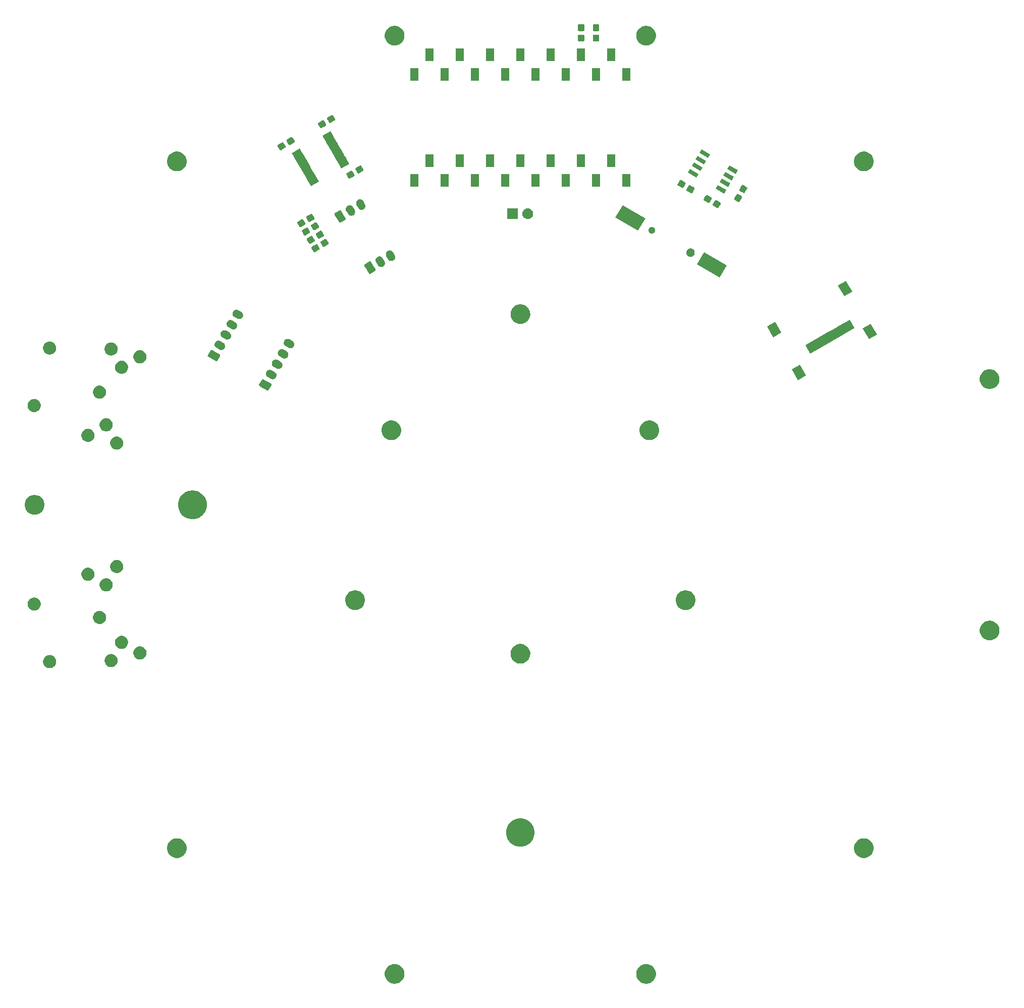
<source format=gbr>
G04 #@! TF.GenerationSoftware,KiCad,Pcbnew,(5.0.1-3-g963ef8bb5)*
G04 #@! TF.CreationDate,2019-09-11T13:55:26+02:00*
G04 #@! TF.ProjectId,crecol_v30,637265636F6C5F7633302E6B69636164,rev?*
G04 #@! TF.SameCoordinates,Original*
G04 #@! TF.FileFunction,Soldermask,Bot*
G04 #@! TF.FilePolarity,Negative*
%FSLAX46Y46*%
G04 Gerber Fmt 4.6, Leading zero omitted, Abs format (unit mm)*
G04 Created by KiCad (PCBNEW (5.0.1-3-g963ef8bb5)) date 2019 September 11, Wednesday 13:55:26*
%MOMM*%
%LPD*%
G01*
G04 APERTURE LIST*
%ADD10C,0.100000*%
G04 APERTURE END LIST*
D10*
G36*
X121469008Y-177114253D02*
X121575331Y-177135402D01*
X121875794Y-177259858D01*
X122142604Y-177438135D01*
X122146206Y-177440542D01*
X122376165Y-177670501D01*
X122556850Y-177940915D01*
X122681305Y-178241377D01*
X122744752Y-178560344D01*
X122744752Y-178885566D01*
X122681305Y-179204533D01*
X122556850Y-179504995D01*
X122376165Y-179775409D01*
X122146206Y-180005368D01*
X122146203Y-180005370D01*
X121875794Y-180186052D01*
X121575331Y-180310508D01*
X121469008Y-180331657D01*
X121256363Y-180373955D01*
X120931141Y-180373955D01*
X120718496Y-180331657D01*
X120612173Y-180310508D01*
X120311710Y-180186052D01*
X120041301Y-180005370D01*
X120041298Y-180005368D01*
X119811339Y-179775409D01*
X119630654Y-179504995D01*
X119506199Y-179204533D01*
X119442752Y-178885566D01*
X119442752Y-178560344D01*
X119506199Y-178241377D01*
X119630654Y-177940915D01*
X119811339Y-177670501D01*
X120041298Y-177440542D01*
X120044900Y-177438135D01*
X120311710Y-177259858D01*
X120612173Y-177135402D01*
X120718496Y-177114253D01*
X120931141Y-177071955D01*
X121256363Y-177071955D01*
X121469008Y-177114253D01*
X121469008Y-177114253D01*
G37*
G36*
X79281504Y-177114253D02*
X79387827Y-177135402D01*
X79688290Y-177259858D01*
X79955100Y-177438135D01*
X79958702Y-177440542D01*
X80188661Y-177670501D01*
X80369346Y-177940915D01*
X80493801Y-178241377D01*
X80557248Y-178560344D01*
X80557248Y-178885566D01*
X80493801Y-179204533D01*
X80369346Y-179504995D01*
X80188661Y-179775409D01*
X79958702Y-180005368D01*
X79958699Y-180005370D01*
X79688290Y-180186052D01*
X79387827Y-180310508D01*
X79281504Y-180331657D01*
X79068859Y-180373955D01*
X78743637Y-180373955D01*
X78530992Y-180331657D01*
X78424669Y-180310508D01*
X78124206Y-180186052D01*
X77853797Y-180005370D01*
X77853794Y-180005368D01*
X77623835Y-179775409D01*
X77443150Y-179504995D01*
X77318695Y-179204533D01*
X77255248Y-178885566D01*
X77255248Y-178560344D01*
X77318695Y-178241377D01*
X77443150Y-177940915D01*
X77623835Y-177670501D01*
X77853794Y-177440542D01*
X77857396Y-177438135D01*
X78124206Y-177259858D01*
X78424669Y-177135402D01*
X78530992Y-177114253D01*
X78743637Y-177071955D01*
X79068859Y-177071955D01*
X79281504Y-177114253D01*
X79281504Y-177114253D01*
G37*
G36*
X42746053Y-156020501D02*
X42852376Y-156041650D01*
X43152839Y-156166106D01*
X43419649Y-156344383D01*
X43423251Y-156346790D01*
X43653210Y-156576749D01*
X43653212Y-156576752D01*
X43833894Y-156847161D01*
X43949857Y-157127119D01*
X43958350Y-157147625D01*
X44021797Y-157466592D01*
X44021797Y-157791814D01*
X43958350Y-158110781D01*
X43833895Y-158411243D01*
X43653210Y-158681657D01*
X43423251Y-158911616D01*
X43423248Y-158911618D01*
X43152839Y-159092300D01*
X42852376Y-159216756D01*
X42746053Y-159237905D01*
X42533408Y-159280203D01*
X42208186Y-159280203D01*
X41995541Y-159237905D01*
X41889218Y-159216756D01*
X41588755Y-159092300D01*
X41318346Y-158911618D01*
X41318343Y-158911616D01*
X41088384Y-158681657D01*
X40907699Y-158411243D01*
X40783244Y-158110781D01*
X40719797Y-157791814D01*
X40719797Y-157466592D01*
X40783244Y-157147625D01*
X40791738Y-157127119D01*
X40907700Y-156847161D01*
X41088382Y-156576752D01*
X41088384Y-156576749D01*
X41318343Y-156346790D01*
X41321945Y-156344383D01*
X41588755Y-156166106D01*
X41889218Y-156041650D01*
X41995541Y-156020501D01*
X42208186Y-155978203D01*
X42533408Y-155978203D01*
X42746053Y-156020501D01*
X42746053Y-156020501D01*
G37*
G36*
X158004459Y-156020501D02*
X158110782Y-156041650D01*
X158411245Y-156166106D01*
X158678055Y-156344383D01*
X158681657Y-156346790D01*
X158911616Y-156576749D01*
X158911618Y-156576752D01*
X159092300Y-156847161D01*
X159208263Y-157127119D01*
X159216756Y-157147625D01*
X159280203Y-157466592D01*
X159280203Y-157791814D01*
X159216756Y-158110781D01*
X159092301Y-158411243D01*
X158911616Y-158681657D01*
X158681657Y-158911616D01*
X158681654Y-158911618D01*
X158411245Y-159092300D01*
X158110782Y-159216756D01*
X158004459Y-159237905D01*
X157791814Y-159280203D01*
X157466592Y-159280203D01*
X157253947Y-159237905D01*
X157147624Y-159216756D01*
X156847161Y-159092300D01*
X156576752Y-158911618D01*
X156576749Y-158911616D01*
X156346790Y-158681657D01*
X156166105Y-158411243D01*
X156041650Y-158110781D01*
X155978203Y-157791814D01*
X155978203Y-157466592D01*
X156041650Y-157147625D01*
X156050144Y-157127119D01*
X156166106Y-156847161D01*
X156346788Y-156576752D01*
X156346790Y-156576749D01*
X156576749Y-156346790D01*
X156580351Y-156344383D01*
X156847161Y-156166106D01*
X157147624Y-156041650D01*
X157253947Y-156020501D01*
X157466592Y-155978203D01*
X157791814Y-155978203D01*
X158004459Y-156020501D01*
X158004459Y-156020501D01*
G37*
G36*
X100700142Y-152691942D02*
X100881081Y-152766890D01*
X101136967Y-152872881D01*
X101530105Y-153135567D01*
X101864433Y-153469895D01*
X102127119Y-153863033D01*
X102308058Y-154299859D01*
X102400300Y-154763590D01*
X102400300Y-155236410D01*
X102308058Y-155700141D01*
X102127119Y-156136967D01*
X101864433Y-156530105D01*
X101530105Y-156864433D01*
X101136967Y-157127119D01*
X100881081Y-157233110D01*
X100700142Y-157308058D01*
X100236410Y-157400300D01*
X99763590Y-157400300D01*
X99299858Y-157308058D01*
X99118919Y-157233110D01*
X98863033Y-157127119D01*
X98469895Y-156864433D01*
X98135567Y-156530105D01*
X97872881Y-156136967D01*
X97691942Y-155700141D01*
X97599700Y-155236410D01*
X97599700Y-154763590D01*
X97691942Y-154299859D01*
X97872881Y-153863033D01*
X98135567Y-153469895D01*
X98469895Y-153135567D01*
X98863033Y-152872881D01*
X99118919Y-152766890D01*
X99299858Y-152691942D01*
X99763590Y-152599700D01*
X100236410Y-152599700D01*
X100700142Y-152691942D01*
X100700142Y-152691942D01*
G37*
G36*
X21249632Y-125237976D02*
X21355987Y-125259131D01*
X21426827Y-125288474D01*
X21556353Y-125342125D01*
X21736687Y-125462621D01*
X21890036Y-125615970D01*
X21890038Y-125615973D01*
X21890039Y-125615974D01*
X21949890Y-125705547D01*
X22010532Y-125796304D01*
X22022849Y-125826041D01*
X22093526Y-125996670D01*
X22104622Y-126052454D01*
X22135837Y-126209380D01*
X22135837Y-126426260D01*
X22128509Y-126463098D01*
X22103754Y-126587553D01*
X22093526Y-126638969D01*
X22010532Y-126839336D01*
X21890036Y-127019670D01*
X21736687Y-127173019D01*
X21736684Y-127173021D01*
X21736683Y-127173022D01*
X21628296Y-127245444D01*
X21556353Y-127293515D01*
X21426827Y-127347166D01*
X21355987Y-127376509D01*
X21249631Y-127397665D01*
X21143277Y-127418820D01*
X20926397Y-127418820D01*
X20820043Y-127397665D01*
X20713687Y-127376509D01*
X20642847Y-127347166D01*
X20513321Y-127293515D01*
X20441378Y-127245444D01*
X20332991Y-127173022D01*
X20332990Y-127173021D01*
X20332987Y-127173019D01*
X20179638Y-127019670D01*
X20059142Y-126839336D01*
X19976148Y-126638969D01*
X19965921Y-126587553D01*
X19941165Y-126463098D01*
X19933837Y-126426260D01*
X19933837Y-126209380D01*
X19965052Y-126052454D01*
X19976148Y-125996670D01*
X20046825Y-125826041D01*
X20059142Y-125796304D01*
X20119784Y-125705547D01*
X20179635Y-125615974D01*
X20179636Y-125615973D01*
X20179638Y-125615970D01*
X20332987Y-125462621D01*
X20513321Y-125342125D01*
X20642847Y-125288474D01*
X20713687Y-125259131D01*
X20820042Y-125237976D01*
X20926397Y-125216820D01*
X21143277Y-125216820D01*
X21249632Y-125237976D01*
X21249632Y-125237976D01*
G37*
G36*
X31555937Y-125064599D02*
X31662293Y-125085755D01*
X31733133Y-125115098D01*
X31862659Y-125168749D01*
X31862662Y-125168751D01*
X31997925Y-125259131D01*
X32042993Y-125289245D01*
X32196342Y-125442594D01*
X32196344Y-125442597D01*
X32196345Y-125442598D01*
X32312189Y-125615970D01*
X32316838Y-125622928D01*
X32351061Y-125705550D01*
X32399832Y-125823294D01*
X32442143Y-126036005D01*
X32442143Y-126252883D01*
X32400329Y-126463097D01*
X32399832Y-126465593D01*
X32316838Y-126665960D01*
X32316836Y-126665963D01*
X32200990Y-126839339D01*
X32196342Y-126846294D01*
X32042993Y-126999643D01*
X31862659Y-127120139D01*
X31734994Y-127173019D01*
X31662293Y-127203133D01*
X31555938Y-127224288D01*
X31449583Y-127245444D01*
X31232703Y-127245444D01*
X31126348Y-127224288D01*
X31019993Y-127203133D01*
X30947292Y-127173019D01*
X30819627Y-127120139D01*
X30639293Y-126999643D01*
X30485944Y-126846294D01*
X30481297Y-126839339D01*
X30365450Y-126665963D01*
X30365448Y-126665960D01*
X30282454Y-126465593D01*
X30281958Y-126463097D01*
X30240143Y-126252883D01*
X30240143Y-126036005D01*
X30282454Y-125823294D01*
X30331225Y-125705550D01*
X30365448Y-125622928D01*
X30370097Y-125615970D01*
X30485941Y-125442598D01*
X30485942Y-125442597D01*
X30485944Y-125442594D01*
X30639293Y-125289245D01*
X30684362Y-125259131D01*
X30819624Y-125168751D01*
X30819627Y-125168749D01*
X30949153Y-125115098D01*
X31019993Y-125085755D01*
X31126349Y-125064599D01*
X31232703Y-125043444D01*
X31449583Y-125043444D01*
X31555937Y-125064599D01*
X31555937Y-125064599D01*
G37*
G36*
X100375256Y-123391298D02*
X100481579Y-123412447D01*
X100782042Y-123536903D01*
X101048852Y-123715180D01*
X101052454Y-123717587D01*
X101282413Y-123947546D01*
X101282415Y-123947549D01*
X101463097Y-124217958D01*
X101587553Y-124518421D01*
X101589697Y-124529199D01*
X101651000Y-124837389D01*
X101651000Y-125162611D01*
X101649232Y-125171497D01*
X101587553Y-125481579D01*
X101463097Y-125782042D01*
X101433696Y-125826043D01*
X101282413Y-126052454D01*
X101052454Y-126282413D01*
X101052451Y-126282415D01*
X100782042Y-126463097D01*
X100782041Y-126463098D01*
X100782040Y-126463098D01*
X100776014Y-126465594D01*
X100481579Y-126587553D01*
X100375256Y-126608702D01*
X100162611Y-126651000D01*
X99837389Y-126651000D01*
X99624744Y-126608702D01*
X99518421Y-126587553D01*
X99223986Y-126465594D01*
X99217960Y-126463098D01*
X99217959Y-126463098D01*
X99217958Y-126463097D01*
X98947549Y-126282415D01*
X98947546Y-126282413D01*
X98717587Y-126052454D01*
X98566304Y-125826043D01*
X98536903Y-125782042D01*
X98412447Y-125481579D01*
X98350768Y-125171497D01*
X98349000Y-125162611D01*
X98349000Y-124837389D01*
X98410303Y-124529199D01*
X98412447Y-124518421D01*
X98536903Y-124217958D01*
X98717585Y-123947549D01*
X98717587Y-123947546D01*
X98947546Y-123717587D01*
X98951148Y-123715180D01*
X99217958Y-123536903D01*
X99518421Y-123412447D01*
X99624744Y-123391298D01*
X99837389Y-123349000D01*
X100162611Y-123349000D01*
X100375256Y-123391298D01*
X100375256Y-123391298D01*
G37*
G36*
X36385566Y-123770503D02*
X36491922Y-123791659D01*
X36562762Y-123821002D01*
X36692288Y-123874653D01*
X36692291Y-123874655D01*
X36801380Y-123947546D01*
X36872622Y-123995149D01*
X37025971Y-124148498D01*
X37146467Y-124328832D01*
X37229461Y-124529199D01*
X37271772Y-124741908D01*
X37271772Y-124958788D01*
X37229461Y-125171497D01*
X37146467Y-125371864D01*
X37146465Y-125371867D01*
X37073158Y-125481579D01*
X37025971Y-125552198D01*
X36872622Y-125705547D01*
X36692288Y-125826043D01*
X36562762Y-125879694D01*
X36491922Y-125909037D01*
X36385567Y-125930192D01*
X36279212Y-125951348D01*
X36062332Y-125951348D01*
X35955977Y-125930192D01*
X35849622Y-125909037D01*
X35778782Y-125879694D01*
X35649256Y-125826043D01*
X35468922Y-125705547D01*
X35315573Y-125552198D01*
X35268387Y-125481579D01*
X35195079Y-125371867D01*
X35195077Y-125371864D01*
X35112083Y-125171497D01*
X35069772Y-124958788D01*
X35069772Y-124741908D01*
X35112083Y-124529199D01*
X35195077Y-124328832D01*
X35315573Y-124148498D01*
X35468922Y-123995149D01*
X35540165Y-123947546D01*
X35649253Y-123874655D01*
X35649256Y-123874653D01*
X35778782Y-123821002D01*
X35849622Y-123791659D01*
X35955978Y-123770503D01*
X36062332Y-123749348D01*
X36279212Y-123749348D01*
X36385566Y-123770503D01*
X36385566Y-123770503D01*
G37*
G36*
X33323705Y-122002738D02*
X33430060Y-122023893D01*
X33500900Y-122053236D01*
X33630426Y-122106887D01*
X33810760Y-122227383D01*
X33964109Y-122380732D01*
X34084605Y-122561066D01*
X34167599Y-122761433D01*
X34209910Y-122974142D01*
X34209910Y-123191022D01*
X34167599Y-123403731D01*
X34084605Y-123604098D01*
X33964109Y-123784432D01*
X33810760Y-123937781D01*
X33810757Y-123937783D01*
X33810756Y-123937784D01*
X33724908Y-123995146D01*
X33630426Y-124058277D01*
X33500900Y-124111928D01*
X33430060Y-124141271D01*
X33393707Y-124148502D01*
X33217350Y-124183582D01*
X33000470Y-124183582D01*
X32824113Y-124148502D01*
X32787760Y-124141271D01*
X32716920Y-124111928D01*
X32587394Y-124058277D01*
X32492912Y-123995146D01*
X32407064Y-123937784D01*
X32407063Y-123937783D01*
X32407060Y-123937781D01*
X32253711Y-123784432D01*
X32133215Y-123604098D01*
X32050221Y-123403731D01*
X32007910Y-123191022D01*
X32007910Y-122974142D01*
X32050221Y-122761433D01*
X32133215Y-122561066D01*
X32253711Y-122380732D01*
X32407060Y-122227383D01*
X32587394Y-122106887D01*
X32716920Y-122053236D01*
X32787760Y-122023893D01*
X32894115Y-122002738D01*
X33000470Y-121981582D01*
X33217350Y-121981582D01*
X33323705Y-122002738D01*
X33323705Y-122002738D01*
G37*
G36*
X179098211Y-119485050D02*
X179204534Y-119506199D01*
X179504997Y-119630655D01*
X179691390Y-119755199D01*
X179775409Y-119811339D01*
X180005368Y-120041298D01*
X180005370Y-120041301D01*
X180186052Y-120311710D01*
X180310508Y-120612173D01*
X180373955Y-120931143D01*
X180373955Y-121256361D01*
X180310508Y-121575331D01*
X180186052Y-121875794D01*
X180087095Y-122023893D01*
X180005368Y-122146206D01*
X179775409Y-122376165D01*
X179775406Y-122376167D01*
X179504997Y-122556849D01*
X179504996Y-122556850D01*
X179504995Y-122556850D01*
X179416992Y-122593302D01*
X179204534Y-122681305D01*
X179098211Y-122702454D01*
X178885566Y-122744752D01*
X178560344Y-122744752D01*
X178347699Y-122702454D01*
X178241376Y-122681305D01*
X178028918Y-122593302D01*
X177940915Y-122556850D01*
X177940914Y-122556850D01*
X177940913Y-122556849D01*
X177670504Y-122376167D01*
X177670501Y-122376165D01*
X177440542Y-122146206D01*
X177358815Y-122023893D01*
X177259858Y-121875794D01*
X177135402Y-121575331D01*
X177071955Y-121256361D01*
X177071955Y-120931143D01*
X177135402Y-120612173D01*
X177259858Y-120311710D01*
X177440540Y-120041301D01*
X177440542Y-120041298D01*
X177670501Y-119811339D01*
X177754520Y-119755199D01*
X177940913Y-119630655D01*
X178241376Y-119506199D01*
X178347699Y-119485050D01*
X178560344Y-119442752D01*
X178885566Y-119442752D01*
X179098211Y-119485050D01*
X179098211Y-119485050D01*
G37*
G36*
X29614795Y-117820156D02*
X29721150Y-117841311D01*
X29791990Y-117870654D01*
X29921516Y-117924305D01*
X30101850Y-118044801D01*
X30255199Y-118198150D01*
X30375695Y-118378484D01*
X30458689Y-118578851D01*
X30501000Y-118791560D01*
X30501000Y-119008440D01*
X30458689Y-119221149D01*
X30375695Y-119421516D01*
X30375693Y-119421519D01*
X30361506Y-119442752D01*
X30255199Y-119601850D01*
X30101850Y-119755199D01*
X29921516Y-119875695D01*
X29791990Y-119929346D01*
X29721150Y-119958689D01*
X29614795Y-119979844D01*
X29508440Y-120001000D01*
X29291560Y-120001000D01*
X29185205Y-119979844D01*
X29078850Y-119958689D01*
X29008010Y-119929346D01*
X28878484Y-119875695D01*
X28698150Y-119755199D01*
X28544801Y-119601850D01*
X28438495Y-119442752D01*
X28424307Y-119421519D01*
X28424305Y-119421516D01*
X28341311Y-119221149D01*
X28299000Y-119008440D01*
X28299000Y-118791560D01*
X28341311Y-118578851D01*
X28424305Y-118378484D01*
X28544801Y-118198150D01*
X28698150Y-118044801D01*
X28878484Y-117924305D01*
X29008010Y-117870654D01*
X29078850Y-117841311D01*
X29185205Y-117820156D01*
X29291560Y-117799000D01*
X29508440Y-117799000D01*
X29614795Y-117820156D01*
X29614795Y-117820156D01*
G37*
G36*
X18661441Y-115578716D02*
X18767797Y-115599872D01*
X18838637Y-115629215D01*
X18968163Y-115682866D01*
X19148497Y-115803362D01*
X19301846Y-115956711D01*
X19422342Y-116137045D01*
X19505336Y-116337412D01*
X19547647Y-116550121D01*
X19547647Y-116767001D01*
X19505336Y-116979710D01*
X19422342Y-117180077D01*
X19301846Y-117360411D01*
X19148497Y-117513760D01*
X18968163Y-117634256D01*
X18838637Y-117687907D01*
X18767797Y-117717250D01*
X18661442Y-117738405D01*
X18555087Y-117759561D01*
X18338207Y-117759561D01*
X18231852Y-117738405D01*
X18125497Y-117717250D01*
X18054657Y-117687907D01*
X17925131Y-117634256D01*
X17744797Y-117513760D01*
X17591448Y-117360411D01*
X17470952Y-117180077D01*
X17387958Y-116979710D01*
X17345647Y-116767001D01*
X17345647Y-116550121D01*
X17387958Y-116337412D01*
X17470952Y-116137045D01*
X17591448Y-115956711D01*
X17744797Y-115803362D01*
X17925131Y-115682866D01*
X18054657Y-115629215D01*
X18125497Y-115599872D01*
X18231853Y-115578716D01*
X18338207Y-115557561D01*
X18555087Y-115557561D01*
X18661441Y-115578716D01*
X18661441Y-115578716D01*
G37*
G36*
X128088069Y-114391298D02*
X128194392Y-114412447D01*
X128406850Y-114500450D01*
X128464485Y-114524323D01*
X128494855Y-114536903D01*
X128761665Y-114715180D01*
X128765267Y-114717587D01*
X128995226Y-114947546D01*
X129175911Y-115217960D01*
X129300366Y-115518422D01*
X129357045Y-115803362D01*
X129363813Y-115837391D01*
X129363813Y-116162609D01*
X129300366Y-116481579D01*
X129212363Y-116694037D01*
X129175911Y-116782040D01*
X128995226Y-117052454D01*
X128765267Y-117282413D01*
X128765264Y-117282415D01*
X128494855Y-117463097D01*
X128194392Y-117587553D01*
X128088069Y-117608702D01*
X127875424Y-117651000D01*
X127550202Y-117651000D01*
X127337557Y-117608702D01*
X127231234Y-117587553D01*
X126930771Y-117463097D01*
X126660362Y-117282415D01*
X126660359Y-117282413D01*
X126430400Y-117052454D01*
X126249715Y-116782040D01*
X126213263Y-116694037D01*
X126125260Y-116481579D01*
X126061813Y-116162609D01*
X126061813Y-115837391D01*
X126068582Y-115803362D01*
X126125260Y-115518422D01*
X126249715Y-115217960D01*
X126430400Y-114947546D01*
X126660359Y-114717587D01*
X126663961Y-114715180D01*
X126930771Y-114536903D01*
X126961142Y-114524323D01*
X127018776Y-114500450D01*
X127231234Y-114412447D01*
X127337557Y-114391298D01*
X127550202Y-114349000D01*
X127875424Y-114349000D01*
X128088069Y-114391298D01*
X128088069Y-114391298D01*
G37*
G36*
X72662443Y-114391298D02*
X72768766Y-114412447D01*
X72981224Y-114500450D01*
X73038859Y-114524323D01*
X73069229Y-114536903D01*
X73336039Y-114715180D01*
X73339641Y-114717587D01*
X73569600Y-114947546D01*
X73750285Y-115217960D01*
X73874740Y-115518422D01*
X73931419Y-115803362D01*
X73938187Y-115837391D01*
X73938187Y-116162609D01*
X73874740Y-116481579D01*
X73786737Y-116694037D01*
X73750285Y-116782040D01*
X73569600Y-117052454D01*
X73339641Y-117282413D01*
X73339638Y-117282415D01*
X73069229Y-117463097D01*
X72768766Y-117587553D01*
X72662443Y-117608702D01*
X72449798Y-117651000D01*
X72124576Y-117651000D01*
X71911931Y-117608702D01*
X71805608Y-117587553D01*
X71505145Y-117463097D01*
X71234736Y-117282415D01*
X71234733Y-117282413D01*
X71004774Y-117052454D01*
X70824089Y-116782040D01*
X70787637Y-116694037D01*
X70699634Y-116481579D01*
X70636187Y-116162609D01*
X70636187Y-115837391D01*
X70642956Y-115803362D01*
X70699634Y-115518422D01*
X70824089Y-115217960D01*
X71004774Y-114947546D01*
X71234733Y-114717587D01*
X71238335Y-114715180D01*
X71505145Y-114536903D01*
X71535516Y-114524323D01*
X71593150Y-114500450D01*
X71805608Y-114412447D01*
X71911931Y-114391298D01*
X72124576Y-114349000D01*
X72449798Y-114349000D01*
X72662443Y-114391298D01*
X72662443Y-114391298D01*
G37*
G36*
X30735513Y-112343478D02*
X30841869Y-112364634D01*
X30912709Y-112393977D01*
X31042235Y-112447628D01*
X31222569Y-112568124D01*
X31375918Y-112721473D01*
X31496414Y-112901807D01*
X31579408Y-113102174D01*
X31621719Y-113314883D01*
X31621719Y-113531763D01*
X31579408Y-113744472D01*
X31496414Y-113944839D01*
X31375918Y-114125173D01*
X31222569Y-114278522D01*
X31042235Y-114399018D01*
X30912709Y-114452669D01*
X30841869Y-114482012D01*
X30735514Y-114503167D01*
X30629159Y-114524323D01*
X30412279Y-114524323D01*
X30305924Y-114503167D01*
X30199569Y-114482012D01*
X30128729Y-114452669D01*
X29999203Y-114399018D01*
X29818869Y-114278522D01*
X29665520Y-114125173D01*
X29545024Y-113944839D01*
X29462030Y-113744472D01*
X29419719Y-113531763D01*
X29419719Y-113314883D01*
X29462030Y-113102174D01*
X29545024Y-112901807D01*
X29665520Y-112721473D01*
X29818869Y-112568124D01*
X29999203Y-112447628D01*
X30128729Y-112393977D01*
X30199569Y-112364634D01*
X30305925Y-112343478D01*
X30412279Y-112322323D01*
X30629159Y-112322323D01*
X30735513Y-112343478D01*
X30735513Y-112343478D01*
G37*
G36*
X27673651Y-110575711D02*
X27780007Y-110596867D01*
X27850847Y-110626210D01*
X27980373Y-110679861D01*
X28160707Y-110800357D01*
X28314056Y-110953706D01*
X28314058Y-110953709D01*
X28314059Y-110953710D01*
X28387292Y-111063311D01*
X28434552Y-111134040D01*
X28468774Y-111216660D01*
X28517546Y-111334406D01*
X28518093Y-111337156D01*
X28559857Y-111547116D01*
X28559857Y-111763996D01*
X28517546Y-111976705D01*
X28434552Y-112177072D01*
X28314056Y-112357406D01*
X28160707Y-112510755D01*
X27980373Y-112631251D01*
X27850847Y-112684902D01*
X27780007Y-112714245D01*
X27743649Y-112721477D01*
X27567297Y-112756556D01*
X27350417Y-112756556D01*
X27174065Y-112721477D01*
X27137707Y-112714245D01*
X27066867Y-112684902D01*
X26937341Y-112631251D01*
X26757007Y-112510755D01*
X26603658Y-112357406D01*
X26483162Y-112177072D01*
X26400168Y-111976705D01*
X26357857Y-111763996D01*
X26357857Y-111547116D01*
X26399621Y-111337156D01*
X26400168Y-111334406D01*
X26448940Y-111216660D01*
X26483162Y-111134040D01*
X26530422Y-111063311D01*
X26603655Y-110953710D01*
X26603656Y-110953709D01*
X26603658Y-110953706D01*
X26757007Y-110800357D01*
X26937341Y-110679861D01*
X27066867Y-110626210D01*
X27137707Y-110596867D01*
X27244063Y-110575711D01*
X27350417Y-110554556D01*
X27567297Y-110554556D01*
X27673651Y-110575711D01*
X27673651Y-110575711D01*
G37*
G36*
X32503280Y-109281616D02*
X32609636Y-109302772D01*
X32680476Y-109332115D01*
X32810002Y-109385766D01*
X32990336Y-109506262D01*
X33143685Y-109659611D01*
X33264181Y-109839945D01*
X33317832Y-109969471D01*
X33347175Y-110040311D01*
X33389486Y-110253022D01*
X33389486Y-110469900D01*
X33347722Y-110679863D01*
X33347175Y-110682610D01*
X33264181Y-110882977D01*
X33264179Y-110882980D01*
X33216919Y-110953710D01*
X33143685Y-111063311D01*
X32990336Y-111216660D01*
X32810002Y-111337156D01*
X32680476Y-111390807D01*
X32609636Y-111420150D01*
X32503281Y-111441305D01*
X32396926Y-111462461D01*
X32180046Y-111462461D01*
X32073691Y-111441305D01*
X31967336Y-111420150D01*
X31896496Y-111390807D01*
X31766970Y-111337156D01*
X31586636Y-111216660D01*
X31433287Y-111063311D01*
X31360054Y-110953710D01*
X31312793Y-110882980D01*
X31312791Y-110882977D01*
X31229797Y-110682610D01*
X31229251Y-110679863D01*
X31187486Y-110469900D01*
X31187486Y-110253022D01*
X31229797Y-110040311D01*
X31259140Y-109969471D01*
X31312791Y-109839945D01*
X31433287Y-109659611D01*
X31586636Y-109506262D01*
X31766970Y-109385766D01*
X31896496Y-109332115D01*
X31967336Y-109302772D01*
X32073692Y-109281616D01*
X32180046Y-109260461D01*
X32396926Y-109260461D01*
X32503280Y-109281616D01*
X32503280Y-109281616D01*
G37*
G36*
X45468275Y-97645821D02*
X45700142Y-97691942D01*
X45881081Y-97766890D01*
X46136967Y-97872881D01*
X46530105Y-98135567D01*
X46864433Y-98469895D01*
X47127119Y-98863033D01*
X47233110Y-99118919D01*
X47308058Y-99299858D01*
X47400300Y-99763591D01*
X47400300Y-100236409D01*
X47308058Y-100700142D01*
X47274134Y-100782042D01*
X47127119Y-101136967D01*
X46864433Y-101530105D01*
X46530105Y-101864433D01*
X46136967Y-102127119D01*
X45881081Y-102233110D01*
X45700142Y-102308058D01*
X45236410Y-102400300D01*
X44763590Y-102400300D01*
X44531725Y-102354179D01*
X44299858Y-102308058D01*
X44118919Y-102233110D01*
X43863033Y-102127119D01*
X43469895Y-101864433D01*
X43135567Y-101530105D01*
X42872881Y-101136967D01*
X42725866Y-100782042D01*
X42691942Y-100700142D01*
X42599700Y-100236409D01*
X42599700Y-99763591D01*
X42691942Y-99299858D01*
X42766890Y-99118919D01*
X42872881Y-98863033D01*
X43135567Y-98469895D01*
X43469895Y-98135567D01*
X43863033Y-97872881D01*
X44118919Y-97766890D01*
X44299858Y-97691942D01*
X44531725Y-97645821D01*
X44763590Y-97599700D01*
X45236410Y-97599700D01*
X45468275Y-97645821D01*
X45468275Y-97645821D01*
G37*
G36*
X18875256Y-98391298D02*
X18981579Y-98412447D01*
X19282042Y-98536903D01*
X19548852Y-98715180D01*
X19552454Y-98717587D01*
X19782413Y-98947546D01*
X19963098Y-99217960D01*
X20087553Y-99518422D01*
X20151000Y-99837389D01*
X20151000Y-100162611D01*
X20087553Y-100481578D01*
X19963098Y-100782040D01*
X19782413Y-101052454D01*
X19552454Y-101282413D01*
X19552451Y-101282415D01*
X19282042Y-101463097D01*
X18981579Y-101587553D01*
X18875256Y-101608702D01*
X18662611Y-101651000D01*
X18337389Y-101651000D01*
X18124744Y-101608702D01*
X18018421Y-101587553D01*
X17717958Y-101463097D01*
X17447549Y-101282415D01*
X17447546Y-101282413D01*
X17217587Y-101052454D01*
X17036902Y-100782040D01*
X16912447Y-100481578D01*
X16849000Y-100162611D01*
X16849000Y-99837389D01*
X16912447Y-99518422D01*
X17036902Y-99217960D01*
X17217587Y-98947546D01*
X17447546Y-98717587D01*
X17451148Y-98715180D01*
X17717958Y-98536903D01*
X18018421Y-98412447D01*
X18124744Y-98391298D01*
X18337389Y-98349000D01*
X18662611Y-98349000D01*
X18875256Y-98391298D01*
X18875256Y-98391298D01*
G37*
G36*
X32471908Y-88552454D02*
X32609636Y-88579850D01*
X32680476Y-88609193D01*
X32810002Y-88662844D01*
X32990336Y-88783340D01*
X33143685Y-88936689D01*
X33143687Y-88936692D01*
X33143688Y-88936693D01*
X33216921Y-89046294D01*
X33264181Y-89117023D01*
X33298403Y-89199643D01*
X33347175Y-89317389D01*
X33347722Y-89320139D01*
X33389486Y-89530099D01*
X33389486Y-89746979D01*
X33347175Y-89959688D01*
X33264181Y-90160055D01*
X33143685Y-90340389D01*
X32990336Y-90493738D01*
X32810002Y-90614234D01*
X32680476Y-90667885D01*
X32609636Y-90697228D01*
X32503280Y-90718384D01*
X32396926Y-90739539D01*
X32180046Y-90739539D01*
X32073692Y-90718384D01*
X31967336Y-90697228D01*
X31896496Y-90667885D01*
X31766970Y-90614234D01*
X31586636Y-90493738D01*
X31433287Y-90340389D01*
X31312791Y-90160055D01*
X31229797Y-89959688D01*
X31187486Y-89746979D01*
X31187486Y-89530099D01*
X31229250Y-89320139D01*
X31229797Y-89317389D01*
X31278569Y-89199643D01*
X31312791Y-89117023D01*
X31360051Y-89046294D01*
X31433284Y-88936693D01*
X31433285Y-88936692D01*
X31433287Y-88936689D01*
X31586636Y-88783340D01*
X31766970Y-88662844D01*
X31896496Y-88609193D01*
X31967336Y-88579850D01*
X32105064Y-88552454D01*
X32180046Y-88537539D01*
X32396926Y-88537539D01*
X32471908Y-88552454D01*
X32471908Y-88552454D01*
G37*
G36*
X27673652Y-87264600D02*
X27780007Y-87285755D01*
X27850847Y-87315098D01*
X27980373Y-87368749D01*
X28160707Y-87489245D01*
X28314056Y-87642594D01*
X28434552Y-87822928D01*
X28488203Y-87952454D01*
X28517546Y-88023294D01*
X28559857Y-88236005D01*
X28559857Y-88452883D01*
X28518093Y-88662846D01*
X28517546Y-88665593D01*
X28434552Y-88865960D01*
X28434550Y-88865963D01*
X28387290Y-88936693D01*
X28314056Y-89046294D01*
X28160707Y-89199643D01*
X27980373Y-89320139D01*
X27850847Y-89373790D01*
X27780007Y-89403133D01*
X27673651Y-89424289D01*
X27567297Y-89445444D01*
X27350417Y-89445444D01*
X27244063Y-89424289D01*
X27137707Y-89403133D01*
X27066867Y-89373790D01*
X26937341Y-89320139D01*
X26757007Y-89199643D01*
X26603658Y-89046294D01*
X26530425Y-88936693D01*
X26483164Y-88865963D01*
X26483162Y-88865960D01*
X26400168Y-88665593D01*
X26399622Y-88662846D01*
X26357857Y-88452883D01*
X26357857Y-88236005D01*
X26400168Y-88023294D01*
X26429511Y-87952454D01*
X26483162Y-87822928D01*
X26603658Y-87642594D01*
X26757007Y-87489245D01*
X26937341Y-87368749D01*
X27066867Y-87315098D01*
X27137707Y-87285755D01*
X27244062Y-87264600D01*
X27350417Y-87243444D01*
X27567297Y-87243444D01*
X27673652Y-87264600D01*
X27673652Y-87264600D01*
G37*
G36*
X78724621Y-85891298D02*
X78830944Y-85912447D01*
X79131407Y-86036903D01*
X79158727Y-86055158D01*
X79401819Y-86217587D01*
X79631778Y-86447546D01*
X79631780Y-86447549D01*
X79790518Y-86685116D01*
X79812463Y-86717960D01*
X79936918Y-87018422D01*
X79988657Y-87278527D01*
X80000365Y-87337391D01*
X80000365Y-87662609D01*
X79936918Y-87981579D01*
X79848915Y-88194037D01*
X79812463Y-88282040D01*
X79631778Y-88552454D01*
X79401819Y-88782413D01*
X79401816Y-88782415D01*
X79131407Y-88963097D01*
X78830944Y-89087553D01*
X78724621Y-89108702D01*
X78511976Y-89151000D01*
X78186754Y-89151000D01*
X77974109Y-89108702D01*
X77867786Y-89087553D01*
X77567323Y-88963097D01*
X77296914Y-88782415D01*
X77296911Y-88782413D01*
X77066952Y-88552454D01*
X76886267Y-88282040D01*
X76849815Y-88194037D01*
X76761812Y-87981579D01*
X76698365Y-87662609D01*
X76698365Y-87337391D01*
X76710074Y-87278527D01*
X76761812Y-87018422D01*
X76886267Y-86717960D01*
X76908213Y-86685116D01*
X77066950Y-86447549D01*
X77066952Y-86447546D01*
X77296911Y-86217587D01*
X77540003Y-86055158D01*
X77567323Y-86036903D01*
X77867786Y-85912447D01*
X77974109Y-85891298D01*
X78186754Y-85849000D01*
X78511976Y-85849000D01*
X78724621Y-85891298D01*
X78724621Y-85891298D01*
G37*
G36*
X122025891Y-85891298D02*
X122132214Y-85912447D01*
X122432677Y-86036903D01*
X122459997Y-86055158D01*
X122703089Y-86217587D01*
X122933048Y-86447546D01*
X122933050Y-86447549D01*
X123091788Y-86685116D01*
X123113733Y-86717960D01*
X123238188Y-87018422D01*
X123289927Y-87278527D01*
X123301635Y-87337391D01*
X123301635Y-87662609D01*
X123238188Y-87981579D01*
X123150185Y-88194037D01*
X123113733Y-88282040D01*
X122933048Y-88552454D01*
X122703089Y-88782413D01*
X122703086Y-88782415D01*
X122432677Y-88963097D01*
X122132214Y-89087553D01*
X122025891Y-89108702D01*
X121813246Y-89151000D01*
X121488024Y-89151000D01*
X121275379Y-89108702D01*
X121169056Y-89087553D01*
X120868593Y-88963097D01*
X120598184Y-88782415D01*
X120598181Y-88782413D01*
X120368222Y-88552454D01*
X120187537Y-88282040D01*
X120151085Y-88194037D01*
X120063082Y-87981579D01*
X119999635Y-87662609D01*
X119999635Y-87337391D01*
X120011344Y-87278527D01*
X120063082Y-87018422D01*
X120187537Y-86717960D01*
X120209483Y-86685116D01*
X120368220Y-86447549D01*
X120368222Y-86447546D01*
X120598181Y-86217587D01*
X120841273Y-86055158D01*
X120868593Y-86036903D01*
X121169056Y-85912447D01*
X121275379Y-85891298D01*
X121488024Y-85849000D01*
X121813246Y-85849000D01*
X122025891Y-85891298D01*
X122025891Y-85891298D01*
G37*
G36*
X30735513Y-85496832D02*
X30841869Y-85517988D01*
X30912709Y-85547331D01*
X31042235Y-85600982D01*
X31222569Y-85721478D01*
X31375918Y-85874827D01*
X31496414Y-86055161D01*
X31550065Y-86184687D01*
X31563693Y-86217587D01*
X31579408Y-86255528D01*
X31621719Y-86468237D01*
X31621719Y-86685117D01*
X31579408Y-86897826D01*
X31496414Y-87098193D01*
X31375918Y-87278527D01*
X31222569Y-87431876D01*
X31042235Y-87552372D01*
X30912709Y-87606023D01*
X30841869Y-87635366D01*
X30805511Y-87642598D01*
X30629159Y-87677677D01*
X30412279Y-87677677D01*
X30235927Y-87642598D01*
X30199569Y-87635366D01*
X30128729Y-87606023D01*
X29999203Y-87552372D01*
X29818869Y-87431876D01*
X29665520Y-87278527D01*
X29545024Y-87098193D01*
X29462030Y-86897826D01*
X29419719Y-86685117D01*
X29419719Y-86468237D01*
X29462030Y-86255528D01*
X29477746Y-86217587D01*
X29491373Y-86184687D01*
X29545024Y-86055161D01*
X29665520Y-85874827D01*
X29818869Y-85721478D01*
X29999203Y-85600982D01*
X30128729Y-85547331D01*
X30199569Y-85517988D01*
X30305925Y-85496832D01*
X30412279Y-85475677D01*
X30629159Y-85475677D01*
X30735513Y-85496832D01*
X30735513Y-85496832D01*
G37*
G36*
X18661441Y-82261594D02*
X18767797Y-82282750D01*
X18838637Y-82312093D01*
X18968163Y-82365744D01*
X19148497Y-82486240D01*
X19301846Y-82639589D01*
X19422342Y-82819923D01*
X19505336Y-83020290D01*
X19547647Y-83232999D01*
X19547647Y-83449879D01*
X19505336Y-83662588D01*
X19422342Y-83862955D01*
X19301846Y-84043289D01*
X19148497Y-84196638D01*
X18968163Y-84317134D01*
X18838637Y-84370785D01*
X18767797Y-84400128D01*
X18661442Y-84421283D01*
X18555087Y-84442439D01*
X18338207Y-84442439D01*
X18231852Y-84421283D01*
X18125497Y-84400128D01*
X18054657Y-84370785D01*
X17925131Y-84317134D01*
X17744797Y-84196638D01*
X17591448Y-84043289D01*
X17470952Y-83862955D01*
X17387958Y-83662588D01*
X17345647Y-83449879D01*
X17345647Y-83232999D01*
X17387958Y-83020290D01*
X17470952Y-82819923D01*
X17591448Y-82639589D01*
X17744797Y-82486240D01*
X17925131Y-82365744D01*
X18054657Y-82312093D01*
X18125497Y-82282750D01*
X18231853Y-82261594D01*
X18338207Y-82240439D01*
X18555087Y-82240439D01*
X18661441Y-82261594D01*
X18661441Y-82261594D01*
G37*
G36*
X29577097Y-80012657D02*
X29721150Y-80041311D01*
X29783468Y-80067124D01*
X29921516Y-80124305D01*
X30101850Y-80244801D01*
X30255199Y-80398150D01*
X30255201Y-80398153D01*
X30255202Y-80398154D01*
X30375693Y-80578481D01*
X30375695Y-80578484D01*
X30407793Y-80655976D01*
X30458689Y-80778850D01*
X30461110Y-80791020D01*
X30501000Y-80991560D01*
X30501000Y-81208440D01*
X30458689Y-81421149D01*
X30375695Y-81621516D01*
X30255199Y-81801850D01*
X30101850Y-81955199D01*
X29921516Y-82075695D01*
X29791990Y-82129346D01*
X29721150Y-82158689D01*
X29614794Y-82179845D01*
X29508440Y-82201000D01*
X29291560Y-82201000D01*
X29185206Y-82179845D01*
X29078850Y-82158689D01*
X29008010Y-82129346D01*
X28878484Y-82075695D01*
X28698150Y-81955199D01*
X28544801Y-81801850D01*
X28424305Y-81621516D01*
X28341311Y-81421149D01*
X28299000Y-81208440D01*
X28299000Y-80991560D01*
X28338890Y-80791020D01*
X28341311Y-80778850D01*
X28392207Y-80655976D01*
X28424305Y-80578484D01*
X28424307Y-80578481D01*
X28544798Y-80398154D01*
X28544799Y-80398153D01*
X28544801Y-80398150D01*
X28698150Y-80244801D01*
X28878484Y-80124305D01*
X29016532Y-80067124D01*
X29078850Y-80041311D01*
X29222903Y-80012657D01*
X29291560Y-79999000D01*
X29508440Y-79999000D01*
X29577097Y-80012657D01*
X29577097Y-80012657D01*
G37*
G36*
X56821962Y-78912210D02*
X56859715Y-78921013D01*
X56900639Y-78939556D01*
X56958464Y-78972941D01*
X56958470Y-78972944D01*
X57156642Y-79087359D01*
X58150357Y-79661080D01*
X58186885Y-79687256D01*
X58213382Y-79715547D01*
X58233849Y-79748460D01*
X58247504Y-79784739D01*
X58253817Y-79822980D01*
X58252549Y-79861721D01*
X58243746Y-79899474D01*
X58225203Y-79940398D01*
X57778679Y-80713802D01*
X57752503Y-80750330D01*
X57724212Y-80776827D01*
X57691299Y-80797294D01*
X57655020Y-80810949D01*
X57616779Y-80817262D01*
X57578038Y-80815994D01*
X57540285Y-80807191D01*
X57499361Y-80788648D01*
X57441536Y-80755263D01*
X57441530Y-80755260D01*
X56773106Y-80369345D01*
X56249643Y-80067124D01*
X56213115Y-80040948D01*
X56186618Y-80012657D01*
X56166151Y-79979744D01*
X56152496Y-79943465D01*
X56146183Y-79905224D01*
X56147451Y-79866483D01*
X56156254Y-79828730D01*
X56174797Y-79787806D01*
X56621321Y-79014402D01*
X56647497Y-78977874D01*
X56675788Y-78951377D01*
X56708701Y-78930910D01*
X56744980Y-78917255D01*
X56783221Y-78910942D01*
X56821962Y-78912210D01*
X56821962Y-78912210D01*
G37*
G36*
X179098211Y-77297546D02*
X179204534Y-77318695D01*
X179310752Y-77362692D01*
X179494817Y-77438934D01*
X179504997Y-77443151D01*
X179553530Y-77475580D01*
X179775409Y-77623835D01*
X180005368Y-77853794D01*
X180005370Y-77853797D01*
X180186052Y-78124206D01*
X180297296Y-78392772D01*
X180310508Y-78424670D01*
X180373955Y-78743637D01*
X180373955Y-79068859D01*
X180370275Y-79087359D01*
X180310508Y-79387827D01*
X180186052Y-79688290D01*
X180044943Y-79899474D01*
X180005368Y-79958702D01*
X179775409Y-80188661D01*
X179775406Y-80188663D01*
X179504997Y-80369345D01*
X179204534Y-80493801D01*
X179098211Y-80514950D01*
X178885566Y-80557248D01*
X178560344Y-80557248D01*
X178347699Y-80514950D01*
X178241376Y-80493801D01*
X177940913Y-80369345D01*
X177670504Y-80188663D01*
X177670501Y-80188661D01*
X177440542Y-79958702D01*
X177400967Y-79899474D01*
X177259858Y-79688290D01*
X177135402Y-79387827D01*
X177075635Y-79087359D01*
X177071955Y-79068859D01*
X177071955Y-78743637D01*
X177135402Y-78424670D01*
X177148615Y-78392772D01*
X177259858Y-78124206D01*
X177440540Y-77853797D01*
X177440542Y-77853794D01*
X177670501Y-77623835D01*
X177892380Y-77475580D01*
X177940913Y-77443151D01*
X177951094Y-77438934D01*
X178135158Y-77362692D01*
X178241376Y-77318695D01*
X178347699Y-77297546D01*
X178560344Y-77255248D01*
X178885566Y-77255248D01*
X179098211Y-77297546D01*
X179098211Y-77297546D01*
G37*
G36*
X147914892Y-78311359D02*
X146570820Y-79087359D01*
X145519820Y-77266973D01*
X146863892Y-76490973D01*
X147914892Y-78311359D01*
X147914892Y-78311359D01*
G37*
G36*
X57927734Y-77342087D02*
X58047223Y-77345998D01*
X58092214Y-77356489D01*
X58172112Y-77375118D01*
X58259653Y-77414782D01*
X58791346Y-77721755D01*
X58869467Y-77777736D01*
X58913298Y-77824534D01*
X58957128Y-77871330D01*
X59024846Y-77980230D01*
X59070017Y-78100244D01*
X59090905Y-78226765D01*
X59086710Y-78354931D01*
X59086709Y-78354934D01*
X59057590Y-78479820D01*
X59004666Y-78596625D01*
X58929972Y-78700861D01*
X58884300Y-78743637D01*
X58836378Y-78788522D01*
X58727478Y-78856240D01*
X58607463Y-78901410D01*
X58480942Y-78922299D01*
X58480940Y-78922299D01*
X58472266Y-78922015D01*
X58352776Y-78918104D01*
X58307785Y-78907613D01*
X58227887Y-78888984D01*
X58140346Y-78849320D01*
X57608654Y-78542347D01*
X57530533Y-78486366D01*
X57524402Y-78479820D01*
X57442872Y-78392772D01*
X57375154Y-78283872D01*
X57329984Y-78163857D01*
X57309095Y-78037336D01*
X57313290Y-77909171D01*
X57322113Y-77871331D01*
X57342410Y-77784282D01*
X57395334Y-77667477D01*
X57426609Y-77623833D01*
X57470027Y-77563242D01*
X57563622Y-77475580D01*
X57672522Y-77407862D01*
X57792537Y-77362692D01*
X57919058Y-77341803D01*
X57919060Y-77341803D01*
X57927734Y-77342087D01*
X57927734Y-77342087D01*
G37*
G36*
X33291613Y-75831190D02*
X33430060Y-75858729D01*
X33473752Y-75876827D01*
X33630426Y-75941723D01*
X33630429Y-75941725D01*
X33786016Y-76045685D01*
X33810760Y-76062219D01*
X33964109Y-76215568D01*
X33964111Y-76215571D01*
X33964112Y-76215572D01*
X33985899Y-76248179D01*
X34084605Y-76395902D01*
X34123984Y-76490973D01*
X34167599Y-76596268D01*
X34188755Y-76702624D01*
X34209910Y-76808978D01*
X34209910Y-77025858D01*
X34167599Y-77238567D01*
X34084605Y-77438934D01*
X33964109Y-77619268D01*
X33810760Y-77772617D01*
X33810757Y-77772619D01*
X33810756Y-77772620D01*
X33689271Y-77853794D01*
X33630426Y-77893113D01*
X33500900Y-77946764D01*
X33430060Y-77976107D01*
X33409337Y-77980229D01*
X33217350Y-78018418D01*
X33000470Y-78018418D01*
X32808483Y-77980229D01*
X32787760Y-77976107D01*
X32716920Y-77946764D01*
X32587394Y-77893113D01*
X32528549Y-77853794D01*
X32407064Y-77772620D01*
X32407063Y-77772619D01*
X32407060Y-77772617D01*
X32253711Y-77619268D01*
X32133215Y-77438934D01*
X32050221Y-77238567D01*
X32007910Y-77025858D01*
X32007910Y-76808978D01*
X32029065Y-76702624D01*
X32050221Y-76596268D01*
X32093836Y-76490973D01*
X32133215Y-76395902D01*
X32231921Y-76248179D01*
X32253708Y-76215572D01*
X32253709Y-76215571D01*
X32253711Y-76215568D01*
X32407060Y-76062219D01*
X32431805Y-76045685D01*
X32587391Y-75941725D01*
X32587394Y-75941723D01*
X32744068Y-75876827D01*
X32787760Y-75858729D01*
X32926207Y-75831190D01*
X33000470Y-75816418D01*
X33217350Y-75816418D01*
X33291613Y-75831190D01*
X33291613Y-75831190D01*
G37*
G36*
X58927734Y-75610036D02*
X59047223Y-75613947D01*
X59092214Y-75624438D01*
X59172112Y-75643067D01*
X59259653Y-75682731D01*
X59791346Y-75989704D01*
X59869467Y-76045685D01*
X59913297Y-76092482D01*
X59957128Y-76139279D01*
X60024846Y-76248179D01*
X60070017Y-76368193D01*
X60090905Y-76494714D01*
X60086710Y-76622880D01*
X60086709Y-76622883D01*
X60057590Y-76747769D01*
X60004666Y-76864574D01*
X59929972Y-76968810D01*
X59883174Y-77012641D01*
X59836378Y-77056471D01*
X59727478Y-77124189D01*
X59607463Y-77169359D01*
X59480942Y-77190248D01*
X59480940Y-77190248D01*
X59472266Y-77189964D01*
X59352776Y-77186053D01*
X59307785Y-77175562D01*
X59227887Y-77156933D01*
X59140346Y-77117269D01*
X58608654Y-76810296D01*
X58530533Y-76754315D01*
X58524402Y-76747769D01*
X58442872Y-76660721D01*
X58375154Y-76551821D01*
X58329984Y-76431806D01*
X58309095Y-76305285D01*
X58313290Y-76177120D01*
X58322113Y-76139280D01*
X58342410Y-76052231D01*
X58395334Y-75935426D01*
X58409259Y-75915994D01*
X58470027Y-75831191D01*
X58563622Y-75743529D01*
X58672522Y-75675811D01*
X58792537Y-75630641D01*
X58919058Y-75609752D01*
X58919060Y-75609752D01*
X58927734Y-75610036D01*
X58927734Y-75610036D01*
G37*
G36*
X36359266Y-74064576D02*
X36491922Y-74090963D01*
X36548508Y-74114402D01*
X36692288Y-74173957D01*
X36692291Y-74173959D01*
X36736317Y-74203376D01*
X36872622Y-74294453D01*
X37025971Y-74447802D01*
X37025973Y-74447805D01*
X37025974Y-74447806D01*
X37109782Y-74573233D01*
X37146467Y-74628136D01*
X37180690Y-74710758D01*
X37229461Y-74828502D01*
X37271772Y-75041213D01*
X37271772Y-75258091D01*
X37232803Y-75454003D01*
X37229461Y-75470801D01*
X37146467Y-75671168D01*
X37146465Y-75671171D01*
X37039543Y-75831191D01*
X37025971Y-75851502D01*
X36872622Y-76004851D01*
X36872619Y-76004853D01*
X36872618Y-76004854D01*
X36786770Y-76062216D01*
X36692288Y-76125347D01*
X36567303Y-76177117D01*
X36491922Y-76208341D01*
X36455569Y-76215572D01*
X36279212Y-76250652D01*
X36062332Y-76250652D01*
X35885975Y-76215572D01*
X35849622Y-76208341D01*
X35774241Y-76177117D01*
X35649256Y-76125347D01*
X35554774Y-76062216D01*
X35468926Y-76004854D01*
X35468925Y-76004853D01*
X35468922Y-76004851D01*
X35315573Y-75851502D01*
X35302002Y-75831191D01*
X35195079Y-75671171D01*
X35195077Y-75671168D01*
X35112083Y-75470801D01*
X35108742Y-75454003D01*
X35069772Y-75258091D01*
X35069772Y-75041213D01*
X35112083Y-74828502D01*
X35160854Y-74710758D01*
X35195077Y-74628136D01*
X35231762Y-74573233D01*
X35315570Y-74447806D01*
X35315571Y-74447805D01*
X35315573Y-74447802D01*
X35468922Y-74294453D01*
X35605228Y-74203376D01*
X35649253Y-74173959D01*
X35649256Y-74173957D01*
X35793036Y-74114402D01*
X35849622Y-74090963D01*
X35982278Y-74064576D01*
X36062332Y-74048652D01*
X36279212Y-74048652D01*
X36359266Y-74064576D01*
X36359266Y-74064576D01*
G37*
G36*
X48221962Y-74012210D02*
X48259715Y-74021013D01*
X48300639Y-74039556D01*
X48358464Y-74072941D01*
X48358470Y-74072944D01*
X48882841Y-74375690D01*
X49550357Y-74761080D01*
X49586885Y-74787256D01*
X49613382Y-74815547D01*
X49633849Y-74848460D01*
X49647504Y-74884739D01*
X49653817Y-74922980D01*
X49652549Y-74961721D01*
X49643746Y-74999474D01*
X49625203Y-75040398D01*
X49178679Y-75813802D01*
X49152503Y-75850330D01*
X49124212Y-75876827D01*
X49091299Y-75897294D01*
X49055020Y-75910949D01*
X49016779Y-75917262D01*
X48978038Y-75915994D01*
X48940285Y-75907191D01*
X48899361Y-75888648D01*
X48841536Y-75855263D01*
X48841530Y-75855260D01*
X48317159Y-75552514D01*
X47649643Y-75167124D01*
X47613115Y-75140948D01*
X47586618Y-75112657D01*
X47566151Y-75079744D01*
X47552496Y-75043465D01*
X47546183Y-75005224D01*
X47547451Y-74966483D01*
X47556254Y-74928730D01*
X47574797Y-74887806D01*
X48021321Y-74114402D01*
X48047497Y-74077874D01*
X48075788Y-74051377D01*
X48108701Y-74030910D01*
X48144980Y-74017255D01*
X48183221Y-74010942D01*
X48221962Y-74012210D01*
X48221962Y-74012210D01*
G37*
G36*
X59927734Y-73877986D02*
X60047223Y-73881897D01*
X60092214Y-73892388D01*
X60172112Y-73911017D01*
X60259653Y-73950681D01*
X60791346Y-74257654D01*
X60869467Y-74313635D01*
X60913298Y-74360433D01*
X60957128Y-74407229D01*
X61024846Y-74516129D01*
X61070017Y-74636143D01*
X61090905Y-74762664D01*
X61086710Y-74890830D01*
X61086709Y-74890833D01*
X61057590Y-75015719D01*
X61004666Y-75132524D01*
X60929972Y-75236760D01*
X60883175Y-75280590D01*
X60836378Y-75324421D01*
X60727478Y-75392139D01*
X60607463Y-75437309D01*
X60480942Y-75458198D01*
X60480940Y-75458198D01*
X60472266Y-75457914D01*
X60352776Y-75454003D01*
X60307785Y-75443512D01*
X60227887Y-75424883D01*
X60140346Y-75385219D01*
X59608654Y-75078246D01*
X59530533Y-75022265D01*
X59507814Y-74998008D01*
X59442872Y-74928671D01*
X59375154Y-74819771D01*
X59329984Y-74699756D01*
X59309095Y-74573235D01*
X59313290Y-74445070D01*
X59322113Y-74407230D01*
X59342410Y-74320181D01*
X59395334Y-74203376D01*
X59416414Y-74173959D01*
X59470027Y-74099141D01*
X59563622Y-74011479D01*
X59672522Y-73943761D01*
X59792537Y-73898591D01*
X59919058Y-73877702D01*
X59919060Y-73877702D01*
X59927734Y-73877986D01*
X59927734Y-73877986D01*
G37*
G36*
X31514530Y-72767475D02*
X31662293Y-72796867D01*
X31733133Y-72826210D01*
X31862659Y-72879861D01*
X31862662Y-72879863D01*
X31999552Y-72971330D01*
X32042993Y-73000357D01*
X32196342Y-73153706D01*
X32196344Y-73153709D01*
X32196345Y-73153710D01*
X32269943Y-73263857D01*
X32316838Y-73334040D01*
X32344355Y-73400473D01*
X32399832Y-73534406D01*
X32410168Y-73586367D01*
X32442143Y-73747116D01*
X32442143Y-73963996D01*
X32431549Y-74017255D01*
X32399832Y-74176706D01*
X32388785Y-74203376D01*
X32316838Y-74377072D01*
X32316836Y-74377075D01*
X32269578Y-74447802D01*
X32196342Y-74557406D01*
X32042993Y-74710755D01*
X32042990Y-74710757D01*
X32042989Y-74710758D01*
X31971288Y-74758667D01*
X31862659Y-74831251D01*
X31733526Y-74884739D01*
X31662293Y-74914245D01*
X31618379Y-74922980D01*
X31449583Y-74956556D01*
X31232703Y-74956556D01*
X31063907Y-74922980D01*
X31019993Y-74914245D01*
X30948760Y-74884739D01*
X30819627Y-74831251D01*
X30710998Y-74758667D01*
X30639297Y-74710758D01*
X30639296Y-74710757D01*
X30639293Y-74710755D01*
X30485944Y-74557406D01*
X30412709Y-74447802D01*
X30365450Y-74377075D01*
X30365448Y-74377072D01*
X30293501Y-74203376D01*
X30282454Y-74176706D01*
X30250737Y-74017255D01*
X30240143Y-73963996D01*
X30240143Y-73747116D01*
X30272118Y-73586367D01*
X30282454Y-73534406D01*
X30337931Y-73400473D01*
X30365448Y-73334040D01*
X30412343Y-73263857D01*
X30485941Y-73153710D01*
X30485942Y-73153709D01*
X30485944Y-73153706D01*
X30639293Y-73000357D01*
X30682735Y-72971330D01*
X30819624Y-72879863D01*
X30819627Y-72879861D01*
X30949153Y-72826210D01*
X31019993Y-72796867D01*
X31167756Y-72767475D01*
X31232703Y-72754556D01*
X31449583Y-72754556D01*
X31514530Y-72767475D01*
X31514530Y-72767475D01*
G37*
G36*
X21249631Y-72602335D02*
X21355987Y-72623491D01*
X21426827Y-72652834D01*
X21556353Y-72706485D01*
X21556356Y-72706487D01*
X21691619Y-72796867D01*
X21736687Y-72826981D01*
X21890036Y-72980330D01*
X21890038Y-72980333D01*
X21890039Y-72980334D01*
X21961792Y-73087720D01*
X22010532Y-73160664D01*
X22061481Y-73283668D01*
X22093526Y-73361030D01*
X22135837Y-73573741D01*
X22135837Y-73790619D01*
X22093526Y-74003330D01*
X22075915Y-74045846D01*
X22010532Y-74203696D01*
X22010530Y-74203699D01*
X21894684Y-74377075D01*
X21890036Y-74384030D01*
X21736687Y-74537379D01*
X21736684Y-74537381D01*
X21736683Y-74537382D01*
X21600865Y-74628133D01*
X21556353Y-74657875D01*
X21455242Y-74699756D01*
X21355987Y-74740869D01*
X21266511Y-74758667D01*
X21143277Y-74783180D01*
X20926397Y-74783180D01*
X20803163Y-74758667D01*
X20713687Y-74740869D01*
X20614432Y-74699756D01*
X20513321Y-74657875D01*
X20468809Y-74628133D01*
X20332991Y-74537382D01*
X20332990Y-74537381D01*
X20332987Y-74537379D01*
X20179638Y-74384030D01*
X20174991Y-74377075D01*
X20059144Y-74203699D01*
X20059142Y-74203696D01*
X19993759Y-74045846D01*
X19976148Y-74003330D01*
X19933837Y-73790619D01*
X19933837Y-73573741D01*
X19976148Y-73361030D01*
X20008193Y-73283668D01*
X20059142Y-73160664D01*
X20107882Y-73087720D01*
X20179635Y-72980334D01*
X20179636Y-72980333D01*
X20179638Y-72980330D01*
X20332987Y-72826981D01*
X20378056Y-72796867D01*
X20513318Y-72706487D01*
X20513321Y-72706485D01*
X20642847Y-72652834D01*
X20713687Y-72623491D01*
X20820043Y-72602335D01*
X20926397Y-72581180D01*
X21143277Y-72581180D01*
X21249631Y-72602335D01*
X21249631Y-72602335D01*
G37*
G36*
X156059473Y-70318187D02*
X155215099Y-70805686D01*
X155215092Y-70805691D01*
X154217437Y-71381687D01*
X153309843Y-71905686D01*
X153309836Y-71905691D01*
X149499331Y-74105687D01*
X148609922Y-74619187D01*
X147808922Y-73231813D01*
X151511181Y-71094313D01*
X152463808Y-70544314D01*
X152463815Y-70544309D01*
X153461470Y-69968313D01*
X154369064Y-69444314D01*
X154369071Y-69444309D01*
X155258473Y-68930813D01*
X156059473Y-70318187D01*
X156059473Y-70318187D01*
G37*
G36*
X49327734Y-72442087D02*
X49447223Y-72445998D01*
X49492214Y-72456489D01*
X49572112Y-72475118D01*
X49659653Y-72514782D01*
X50191346Y-72821755D01*
X50269467Y-72877736D01*
X50294152Y-72904092D01*
X50357128Y-72971330D01*
X50424846Y-73080230D01*
X50470017Y-73200244D01*
X50490905Y-73326765D01*
X50486710Y-73454931D01*
X50486709Y-73454934D01*
X50457590Y-73579820D01*
X50404666Y-73696625D01*
X50329972Y-73800861D01*
X50283175Y-73844691D01*
X50236378Y-73888522D01*
X50127478Y-73956240D01*
X50007463Y-74001410D01*
X49880942Y-74022299D01*
X49880940Y-74022299D01*
X49872266Y-74022015D01*
X49752776Y-74018104D01*
X49707785Y-74007613D01*
X49627887Y-73988984D01*
X49540346Y-73949320D01*
X49008654Y-73642347D01*
X48930534Y-73586367D01*
X48842872Y-73492772D01*
X48775154Y-73383872D01*
X48729984Y-73263857D01*
X48709095Y-73137336D01*
X48713290Y-73009171D01*
X48722113Y-72971331D01*
X48742410Y-72884282D01*
X48795334Y-72767477D01*
X48834358Y-72713019D01*
X48870027Y-72663242D01*
X48963622Y-72575580D01*
X49072522Y-72507862D01*
X49192537Y-72462692D01*
X49319058Y-72441803D01*
X49319060Y-72441803D01*
X49327734Y-72442087D01*
X49327734Y-72442087D01*
G37*
G36*
X60927734Y-72145935D02*
X61047223Y-72149846D01*
X61092214Y-72160337D01*
X61172112Y-72178966D01*
X61259653Y-72218630D01*
X61791346Y-72525603D01*
X61869467Y-72581584D01*
X61908717Y-72623491D01*
X61957128Y-72675178D01*
X62024846Y-72784078D01*
X62070017Y-72904092D01*
X62090905Y-73030613D01*
X62086710Y-73158779D01*
X62086709Y-73158782D01*
X62057590Y-73283668D01*
X62004666Y-73400473D01*
X61929972Y-73504709D01*
X61883175Y-73548539D01*
X61836378Y-73592370D01*
X61727478Y-73660088D01*
X61607463Y-73705258D01*
X61480942Y-73726147D01*
X61480940Y-73726147D01*
X61472266Y-73725863D01*
X61352776Y-73721952D01*
X61307785Y-73711461D01*
X61227887Y-73692832D01*
X61140346Y-73653168D01*
X60608654Y-73346195D01*
X60530533Y-73290214D01*
X60505847Y-73263857D01*
X60442872Y-73196620D01*
X60375154Y-73087720D01*
X60329984Y-72967705D01*
X60309095Y-72841184D01*
X60313290Y-72713019D01*
X60322113Y-72675179D01*
X60342410Y-72588130D01*
X60395334Y-72471325D01*
X60470028Y-72367089D01*
X60475961Y-72361532D01*
X60563622Y-72279428D01*
X60672522Y-72211710D01*
X60792537Y-72166540D01*
X60919058Y-72145651D01*
X60919060Y-72145651D01*
X60927734Y-72145935D01*
X60927734Y-72145935D01*
G37*
G36*
X50327734Y-70710036D02*
X50447223Y-70713947D01*
X50492214Y-70724438D01*
X50572112Y-70743067D01*
X50659653Y-70782731D01*
X51191346Y-71089704D01*
X51269467Y-71145685D01*
X51313298Y-71192483D01*
X51357128Y-71239279D01*
X51424846Y-71348179D01*
X51470017Y-71468193D01*
X51490905Y-71594714D01*
X51486710Y-71722880D01*
X51486709Y-71722883D01*
X51457590Y-71847769D01*
X51404666Y-71964574D01*
X51329972Y-72068810D01*
X51283175Y-72112640D01*
X51236378Y-72156471D01*
X51127478Y-72224189D01*
X51007463Y-72269359D01*
X50880942Y-72290248D01*
X50880940Y-72290248D01*
X50872266Y-72289964D01*
X50752776Y-72286053D01*
X50707785Y-72275562D01*
X50627887Y-72256933D01*
X50540346Y-72217269D01*
X50008654Y-71910296D01*
X49930533Y-71854315D01*
X49924402Y-71847769D01*
X49842872Y-71760721D01*
X49775154Y-71651821D01*
X49729984Y-71531806D01*
X49709095Y-71405285D01*
X49713290Y-71277120D01*
X49722113Y-71239280D01*
X49742410Y-71152231D01*
X49795334Y-71035426D01*
X49870028Y-70931190D01*
X49875961Y-70925633D01*
X49963622Y-70843529D01*
X50072522Y-70775811D01*
X50192537Y-70730641D01*
X50319058Y-70709752D01*
X50319060Y-70709752D01*
X50327734Y-70710036D01*
X50327734Y-70710036D01*
G37*
G36*
X159822743Y-71436359D02*
X158478671Y-72212359D01*
X157427671Y-70391973D01*
X158771743Y-69615973D01*
X159822743Y-71436359D01*
X159822743Y-71436359D01*
G37*
G36*
X143764891Y-71123349D02*
X142420819Y-71899349D01*
X141369819Y-70078963D01*
X142713891Y-69302963D01*
X143764891Y-71123349D01*
X143764891Y-71123349D01*
G37*
G36*
X51327734Y-68977986D02*
X51447223Y-68981897D01*
X51492214Y-68992388D01*
X51572112Y-69011017D01*
X51659653Y-69050681D01*
X52191346Y-69357654D01*
X52269467Y-69413635D01*
X52298196Y-69444309D01*
X52357128Y-69507229D01*
X52424846Y-69616129D01*
X52470017Y-69736143D01*
X52490905Y-69862664D01*
X52486710Y-69990830D01*
X52486709Y-69990833D01*
X52457590Y-70115719D01*
X52404666Y-70232524D01*
X52329972Y-70336760D01*
X52283175Y-70380590D01*
X52236378Y-70424421D01*
X52127478Y-70492139D01*
X52007463Y-70537309D01*
X51880942Y-70558198D01*
X51880940Y-70558198D01*
X51872266Y-70557914D01*
X51752776Y-70554003D01*
X51707785Y-70543512D01*
X51627887Y-70524883D01*
X51540346Y-70485219D01*
X51008654Y-70178246D01*
X50930533Y-70122265D01*
X50889976Y-70078963D01*
X50842872Y-70028671D01*
X50775154Y-69919771D01*
X50729984Y-69799756D01*
X50709095Y-69673235D01*
X50713290Y-69545070D01*
X50722113Y-69507230D01*
X50742410Y-69420181D01*
X50795334Y-69303376D01*
X50810356Y-69282413D01*
X50870027Y-69199141D01*
X50963622Y-69111479D01*
X51072522Y-69043761D01*
X51192537Y-68998591D01*
X51319058Y-68977702D01*
X51319060Y-68977702D01*
X51327734Y-68977986D01*
X51327734Y-68977986D01*
G37*
G36*
X100375256Y-66391298D02*
X100481579Y-66412447D01*
X100782042Y-66536903D01*
X101048852Y-66715180D01*
X101052454Y-66717587D01*
X101282413Y-66947546D01*
X101463098Y-67217960D01*
X101476306Y-67249847D01*
X101566291Y-67467089D01*
X101587553Y-67518422D01*
X101638626Y-67775179D01*
X101651000Y-67837391D01*
X101651000Y-68162609D01*
X101587553Y-68481579D01*
X101463097Y-68782042D01*
X101436430Y-68821952D01*
X101282413Y-69052454D01*
X101052454Y-69282413D01*
X101052451Y-69282415D01*
X100782042Y-69463097D01*
X100782041Y-69463098D01*
X100782040Y-69463098D01*
X100694037Y-69499550D01*
X100481579Y-69587553D01*
X100375256Y-69608702D01*
X100162611Y-69651000D01*
X99837389Y-69651000D01*
X99624744Y-69608702D01*
X99518421Y-69587553D01*
X99305963Y-69499550D01*
X99217960Y-69463098D01*
X99217959Y-69463098D01*
X99217958Y-69463097D01*
X98947549Y-69282415D01*
X98947546Y-69282413D01*
X98717587Y-69052454D01*
X98563570Y-68821952D01*
X98536903Y-68782042D01*
X98412447Y-68481579D01*
X98349000Y-68162609D01*
X98349000Y-67837391D01*
X98361375Y-67775179D01*
X98412447Y-67518422D01*
X98433710Y-67467089D01*
X98523694Y-67249847D01*
X98536902Y-67217960D01*
X98717587Y-66947546D01*
X98947546Y-66717587D01*
X98951148Y-66715180D01*
X99217958Y-66536903D01*
X99518421Y-66412447D01*
X99624744Y-66391298D01*
X99837389Y-66349000D01*
X100162611Y-66349000D01*
X100375256Y-66391298D01*
X100375256Y-66391298D01*
G37*
G36*
X52327734Y-67245935D02*
X52447223Y-67249846D01*
X52492214Y-67260337D01*
X52572112Y-67278966D01*
X52659653Y-67318630D01*
X53191346Y-67625603D01*
X53269467Y-67681584D01*
X53313298Y-67728382D01*
X53357128Y-67775178D01*
X53424846Y-67884078D01*
X53470017Y-68004092D01*
X53490905Y-68130613D01*
X53486710Y-68258779D01*
X53486709Y-68258782D01*
X53457590Y-68383668D01*
X53404666Y-68500473D01*
X53329972Y-68604709D01*
X53283174Y-68648540D01*
X53236378Y-68692370D01*
X53127478Y-68760088D01*
X53007463Y-68805258D01*
X52880942Y-68826147D01*
X52880940Y-68826147D01*
X52872266Y-68825863D01*
X52752776Y-68821952D01*
X52707785Y-68811461D01*
X52627887Y-68792832D01*
X52540346Y-68753168D01*
X52008654Y-68446195D01*
X51930533Y-68390214D01*
X51924402Y-68383668D01*
X51842872Y-68296620D01*
X51775154Y-68187720D01*
X51729984Y-68067705D01*
X51709095Y-67941184D01*
X51713290Y-67813019D01*
X51722113Y-67775179D01*
X51742410Y-67688130D01*
X51795334Y-67571325D01*
X51833244Y-67518422D01*
X51870027Y-67467090D01*
X51963622Y-67379428D01*
X52072522Y-67311710D01*
X52192537Y-67266540D01*
X52319058Y-67245651D01*
X52319060Y-67245651D01*
X52327734Y-67245935D01*
X52327734Y-67245935D01*
G37*
G36*
X155672742Y-64248349D02*
X154328670Y-65024349D01*
X153277670Y-63203963D01*
X154621742Y-62427963D01*
X155672742Y-64248349D01*
X155672742Y-64248349D01*
G37*
G36*
X134648223Y-59810403D02*
X133447223Y-61890597D01*
X129634979Y-59689597D01*
X130835979Y-57609403D01*
X134648223Y-59810403D01*
X134648223Y-59810403D01*
G37*
G36*
X74847312Y-59152496D02*
X74883591Y-59166151D01*
X74916504Y-59186618D01*
X74944795Y-59213115D01*
X74970971Y-59249643D01*
X75309722Y-59836378D01*
X75659107Y-60441530D01*
X75659110Y-60441536D01*
X75692495Y-60499361D01*
X75711038Y-60540285D01*
X75719841Y-60578038D01*
X75721109Y-60616779D01*
X75714796Y-60655020D01*
X75701141Y-60691299D01*
X75680674Y-60724212D01*
X75654177Y-60752503D01*
X75617649Y-60778679D01*
X74844245Y-61225203D01*
X74803321Y-61243746D01*
X74765568Y-61252549D01*
X74726827Y-61253817D01*
X74688586Y-61247504D01*
X74652307Y-61233849D01*
X74619394Y-61213382D01*
X74591103Y-61186885D01*
X74564927Y-61150357D01*
X74155686Y-60441530D01*
X73876791Y-59958470D01*
X73876788Y-59958464D01*
X73843403Y-59900639D01*
X73824860Y-59859715D01*
X73816057Y-59821962D01*
X73814789Y-59783221D01*
X73821102Y-59744980D01*
X73834757Y-59708701D01*
X73855224Y-59675788D01*
X73881721Y-59647497D01*
X73918249Y-59621321D01*
X74691653Y-59174797D01*
X74732577Y-59156254D01*
X74770330Y-59147451D01*
X74809071Y-59146183D01*
X74847312Y-59152496D01*
X74847312Y-59152496D01*
G37*
G36*
X76531806Y-58329984D02*
X76651821Y-58375154D01*
X76760721Y-58442872D01*
X76848382Y-58524976D01*
X76854315Y-58530533D01*
X76910296Y-58608654D01*
X77217269Y-59140346D01*
X77256933Y-59227887D01*
X77265411Y-59264247D01*
X77286053Y-59352776D01*
X77290248Y-59480942D01*
X77269359Y-59607463D01*
X77224189Y-59727478D01*
X77156471Y-59836378D01*
X77135985Y-59858250D01*
X77068810Y-59929972D01*
X76964574Y-60004666D01*
X76847769Y-60057590D01*
X76751738Y-60079981D01*
X76722880Y-60086710D01*
X76603390Y-60090621D01*
X76594716Y-60090905D01*
X76594714Y-60090905D01*
X76468193Y-60070017D01*
X76348179Y-60024846D01*
X76239279Y-59957128D01*
X76178967Y-59900639D01*
X76145685Y-59869467D01*
X76089704Y-59791346D01*
X75782731Y-59259653D01*
X75743067Y-59172112D01*
X75719262Y-59070016D01*
X75713947Y-59047223D01*
X75709752Y-58919058D01*
X75730641Y-58792537D01*
X75775811Y-58672522D01*
X75843529Y-58563622D01*
X75931191Y-58470027D01*
X76035424Y-58395335D01*
X76035426Y-58395334D01*
X76152231Y-58342410D01*
X76248262Y-58320019D01*
X76277120Y-58313290D01*
X76396609Y-58309379D01*
X76405283Y-58309095D01*
X76405285Y-58309095D01*
X76531806Y-58329984D01*
X76531806Y-58329984D01*
G37*
G36*
X78263857Y-57329984D02*
X78383872Y-57375154D01*
X78492772Y-57442872D01*
X78586367Y-57530534D01*
X78599979Y-57549530D01*
X78642347Y-57608654D01*
X78949320Y-58140346D01*
X78988984Y-58227887D01*
X79004916Y-58296218D01*
X79018104Y-58352776D01*
X79022299Y-58480942D01*
X79001410Y-58607463D01*
X78956240Y-58727478D01*
X78888522Y-58836378D01*
X78857530Y-58869467D01*
X78800861Y-58929972D01*
X78696625Y-59004666D01*
X78579820Y-59057590D01*
X78483789Y-59079981D01*
X78454931Y-59086710D01*
X78335441Y-59090621D01*
X78326767Y-59090905D01*
X78326765Y-59090905D01*
X78200244Y-59070017D01*
X78080230Y-59024846D01*
X77971330Y-58957128D01*
X77924534Y-58913298D01*
X77877736Y-58869467D01*
X77821755Y-58791346D01*
X77514782Y-58259653D01*
X77475118Y-58172112D01*
X77445999Y-58047226D01*
X77445998Y-58047223D01*
X77441803Y-57919058D01*
X77462692Y-57792537D01*
X77507862Y-57672522D01*
X77575580Y-57563622D01*
X77663242Y-57470027D01*
X77767475Y-57395335D01*
X77767477Y-57395334D01*
X77884282Y-57342410D01*
X77980313Y-57320019D01*
X78009171Y-57313290D01*
X78128660Y-57309379D01*
X78137334Y-57309095D01*
X78137336Y-57309095D01*
X78263857Y-57329984D01*
X78263857Y-57329984D01*
G37*
G36*
X128752067Y-57000938D02*
X128879644Y-57053782D01*
X128994460Y-57130500D01*
X129092095Y-57228135D01*
X129168813Y-57342951D01*
X129221657Y-57470528D01*
X129248595Y-57605956D01*
X129248595Y-57744044D01*
X129221657Y-57879472D01*
X129168813Y-58007049D01*
X129092095Y-58121865D01*
X128994460Y-58219500D01*
X128879644Y-58296218D01*
X128752067Y-58349062D01*
X128616639Y-58376000D01*
X128478551Y-58376000D01*
X128343123Y-58349062D01*
X128215546Y-58296218D01*
X128100730Y-58219500D01*
X128003095Y-58121865D01*
X127926377Y-58007049D01*
X127873533Y-57879472D01*
X127846595Y-57744044D01*
X127846595Y-57605956D01*
X127873533Y-57470528D01*
X127926377Y-57342951D01*
X128003095Y-57228135D01*
X128100730Y-57130500D01*
X128215546Y-57053782D01*
X128343123Y-57000938D01*
X128478551Y-56974000D01*
X128616639Y-56974000D01*
X128752067Y-57000938D01*
X128752067Y-57000938D01*
G37*
G36*
X65856405Y-56274774D02*
X65893082Y-56288578D01*
X65926360Y-56309272D01*
X65954961Y-56336060D01*
X65981379Y-56372926D01*
X66009558Y-56421734D01*
X66009559Y-56421735D01*
X66124127Y-56620173D01*
X66300739Y-56926074D01*
X66319458Y-56967385D01*
X66328356Y-57005550D01*
X66329638Y-57044717D01*
X66323255Y-57083377D01*
X66309453Y-57120050D01*
X66288757Y-57153331D01*
X66261971Y-57181931D01*
X66225104Y-57208349D01*
X66176298Y-57236527D01*
X66176294Y-57236530D01*
X65634162Y-57549530D01*
X65634150Y-57549535D01*
X65585357Y-57577706D01*
X65544039Y-57596428D01*
X65505875Y-57605326D01*
X65466708Y-57606608D01*
X65428051Y-57600226D01*
X65391374Y-57586422D01*
X65358096Y-57565728D01*
X65329495Y-57538940D01*
X65303077Y-57502074D01*
X64983717Y-56948926D01*
X64964998Y-56907615D01*
X64956100Y-56869450D01*
X64954818Y-56830283D01*
X64961201Y-56791623D01*
X64975003Y-56754950D01*
X64995699Y-56721669D01*
X65022485Y-56693069D01*
X65059352Y-56666651D01*
X65108158Y-56638473D01*
X65108162Y-56638470D01*
X65650294Y-56325470D01*
X65650306Y-56325465D01*
X65699099Y-56297294D01*
X65740417Y-56278572D01*
X65778581Y-56269674D01*
X65817748Y-56268392D01*
X65856405Y-56274774D01*
X65856405Y-56274774D01*
G37*
G36*
X67371949Y-55399774D02*
X67408626Y-55413578D01*
X67441904Y-55434272D01*
X67470505Y-55461060D01*
X67496923Y-55497926D01*
X67816283Y-56051074D01*
X67835002Y-56092385D01*
X67843900Y-56130550D01*
X67845182Y-56169717D01*
X67838799Y-56208377D01*
X67824997Y-56245050D01*
X67804301Y-56278331D01*
X67777515Y-56306931D01*
X67740648Y-56333349D01*
X67691842Y-56361527D01*
X67691838Y-56361530D01*
X67149706Y-56674530D01*
X67149694Y-56674535D01*
X67100901Y-56702706D01*
X67059583Y-56721428D01*
X67021419Y-56730326D01*
X66982252Y-56731608D01*
X66943595Y-56725226D01*
X66906918Y-56711422D01*
X66873640Y-56690728D01*
X66845039Y-56663940D01*
X66818621Y-56627074D01*
X66700069Y-56421735D01*
X66527441Y-56122735D01*
X66499261Y-56073926D01*
X66480542Y-56032615D01*
X66471644Y-55994450D01*
X66470362Y-55955283D01*
X66476745Y-55916623D01*
X66490547Y-55879950D01*
X66511243Y-55846669D01*
X66538029Y-55818069D01*
X66574896Y-55791651D01*
X66623702Y-55763473D01*
X66623706Y-55763470D01*
X67165838Y-55450470D01*
X67165850Y-55450465D01*
X67214643Y-55422294D01*
X67255961Y-55403572D01*
X67294125Y-55394674D01*
X67333292Y-55393392D01*
X67371949Y-55399774D01*
X67371949Y-55399774D01*
G37*
G36*
X65056405Y-54874774D02*
X65093082Y-54888578D01*
X65126360Y-54909272D01*
X65154961Y-54936060D01*
X65181379Y-54972926D01*
X65209558Y-55021734D01*
X65209559Y-55021735D01*
X65324127Y-55220173D01*
X65500739Y-55526074D01*
X65519458Y-55567385D01*
X65528356Y-55605550D01*
X65529638Y-55644717D01*
X65523255Y-55683377D01*
X65509453Y-55720050D01*
X65488757Y-55753331D01*
X65461971Y-55781931D01*
X65425104Y-55808349D01*
X65376298Y-55836527D01*
X65376294Y-55836530D01*
X64834162Y-56149530D01*
X64834150Y-56149535D01*
X64785357Y-56177706D01*
X64744039Y-56196428D01*
X64705875Y-56205326D01*
X64666708Y-56206608D01*
X64628051Y-56200226D01*
X64591374Y-56186422D01*
X64558096Y-56165728D01*
X64529495Y-56138940D01*
X64503077Y-56102074D01*
X64183717Y-55548926D01*
X64164998Y-55507615D01*
X64156100Y-55469450D01*
X64154818Y-55430283D01*
X64161201Y-55391623D01*
X64175003Y-55354950D01*
X64195699Y-55321669D01*
X64222485Y-55293069D01*
X64259352Y-55266651D01*
X64308158Y-55238473D01*
X64308162Y-55238470D01*
X64850294Y-54925470D01*
X64850306Y-54925465D01*
X64899099Y-54897294D01*
X64940417Y-54878572D01*
X64978581Y-54869674D01*
X65017748Y-54868392D01*
X65056405Y-54874774D01*
X65056405Y-54874774D01*
G37*
G36*
X66571949Y-53999774D02*
X66608626Y-54013578D01*
X66641904Y-54034272D01*
X66670505Y-54061060D01*
X66696923Y-54097926D01*
X66725102Y-54146734D01*
X66725103Y-54146735D01*
X66800216Y-54276835D01*
X67016283Y-54651074D01*
X67035002Y-54692385D01*
X67043900Y-54730550D01*
X67045182Y-54769717D01*
X67038799Y-54808377D01*
X67024997Y-54845050D01*
X67004301Y-54878331D01*
X66977515Y-54906931D01*
X66940648Y-54933349D01*
X66891842Y-54961527D01*
X66891838Y-54961530D01*
X66349706Y-55274530D01*
X66349694Y-55274535D01*
X66300901Y-55302706D01*
X66259583Y-55321428D01*
X66221419Y-55330326D01*
X66182252Y-55331608D01*
X66143595Y-55325226D01*
X66106918Y-55311422D01*
X66073640Y-55290728D01*
X66045039Y-55263940D01*
X66018621Y-55227074D01*
X65900069Y-55021735D01*
X65727441Y-54722735D01*
X65699261Y-54673926D01*
X65680542Y-54632615D01*
X65671644Y-54594450D01*
X65670362Y-54555283D01*
X65676745Y-54516623D01*
X65690547Y-54479950D01*
X65711243Y-54446669D01*
X65738029Y-54418069D01*
X65774896Y-54391651D01*
X65823702Y-54363473D01*
X65823706Y-54363470D01*
X66365838Y-54050470D01*
X66365850Y-54050465D01*
X66414643Y-54022294D01*
X66455961Y-54003572D01*
X66494125Y-53994674D01*
X66533292Y-53993392D01*
X66571949Y-53999774D01*
X66571949Y-53999774D01*
G37*
G36*
X64256405Y-53474774D02*
X64293082Y-53488578D01*
X64326360Y-53509272D01*
X64354961Y-53536060D01*
X64381379Y-53572926D01*
X64409558Y-53621734D01*
X64409559Y-53621735D01*
X64524127Y-53820173D01*
X64700739Y-54126074D01*
X64719458Y-54167385D01*
X64728356Y-54205550D01*
X64729638Y-54244717D01*
X64723255Y-54283377D01*
X64709453Y-54320050D01*
X64688757Y-54353331D01*
X64661971Y-54381931D01*
X64625104Y-54408349D01*
X64576298Y-54436527D01*
X64576294Y-54436530D01*
X64034162Y-54749530D01*
X64034150Y-54749535D01*
X63985357Y-54777706D01*
X63944039Y-54796428D01*
X63905875Y-54805326D01*
X63866708Y-54806608D01*
X63828051Y-54800226D01*
X63791374Y-54786422D01*
X63758096Y-54765728D01*
X63729495Y-54738940D01*
X63703077Y-54702074D01*
X63383717Y-54148926D01*
X63364998Y-54107615D01*
X63356100Y-54069450D01*
X63354818Y-54030283D01*
X63361201Y-53991623D01*
X63375003Y-53954950D01*
X63395699Y-53921669D01*
X63422485Y-53893069D01*
X63459352Y-53866651D01*
X63508158Y-53838473D01*
X63508162Y-53838470D01*
X64050294Y-53525470D01*
X64050306Y-53525465D01*
X64099099Y-53497294D01*
X64140417Y-53478572D01*
X64178581Y-53469674D01*
X64217748Y-53468392D01*
X64256405Y-53474774D01*
X64256405Y-53474774D01*
G37*
G36*
X122213126Y-53395174D02*
X122313400Y-53436709D01*
X122403650Y-53497012D01*
X122480393Y-53573755D01*
X122540696Y-53664005D01*
X122582231Y-53764279D01*
X122603405Y-53870730D01*
X122603405Y-53979270D01*
X122582231Y-54085721D01*
X122540696Y-54185995D01*
X122480393Y-54276245D01*
X122403650Y-54352988D01*
X122313400Y-54413291D01*
X122213126Y-54454826D01*
X122106675Y-54476000D01*
X121998135Y-54476000D01*
X121891684Y-54454826D01*
X121791410Y-54413291D01*
X121701160Y-54352988D01*
X121624417Y-54276245D01*
X121564114Y-54185995D01*
X121522579Y-54085721D01*
X121501405Y-53979270D01*
X121501405Y-53870730D01*
X121522579Y-53764279D01*
X121564114Y-53664005D01*
X121624417Y-53573755D01*
X121701160Y-53497012D01*
X121791410Y-53436709D01*
X121891684Y-53395174D01*
X121998135Y-53374000D01*
X122106675Y-53374000D01*
X122213126Y-53395174D01*
X122213126Y-53395174D01*
G37*
G36*
X120965021Y-51910403D02*
X119764021Y-53990597D01*
X115951777Y-51789597D01*
X117152777Y-49709403D01*
X120965021Y-51910403D01*
X120965021Y-51910403D01*
G37*
G36*
X65771949Y-52599774D02*
X65808626Y-52613578D01*
X65841904Y-52634272D01*
X65870505Y-52661060D01*
X65896923Y-52697926D01*
X66216283Y-53251074D01*
X66235002Y-53292385D01*
X66243900Y-53330550D01*
X66245182Y-53369717D01*
X66238799Y-53408377D01*
X66224997Y-53445050D01*
X66204301Y-53478331D01*
X66177515Y-53506931D01*
X66140648Y-53533349D01*
X66091842Y-53561527D01*
X66091838Y-53561530D01*
X65549706Y-53874530D01*
X65549694Y-53874535D01*
X65500901Y-53902706D01*
X65459583Y-53921428D01*
X65421419Y-53930326D01*
X65382252Y-53931608D01*
X65343595Y-53925226D01*
X65306918Y-53911422D01*
X65273640Y-53890728D01*
X65245039Y-53863940D01*
X65218621Y-53827074D01*
X65124473Y-53664004D01*
X64927441Y-53322735D01*
X64899261Y-53273926D01*
X64880542Y-53232615D01*
X64871644Y-53194450D01*
X64870362Y-53155283D01*
X64876745Y-53116623D01*
X64890547Y-53079950D01*
X64911243Y-53046669D01*
X64938029Y-53018069D01*
X64974896Y-52991651D01*
X65023702Y-52963473D01*
X65023706Y-52963470D01*
X65565838Y-52650470D01*
X65565850Y-52650465D01*
X65614643Y-52622294D01*
X65655961Y-52603572D01*
X65694125Y-52594674D01*
X65733292Y-52593392D01*
X65771949Y-52599774D01*
X65771949Y-52599774D01*
G37*
G36*
X63456405Y-52074774D02*
X63493082Y-52088578D01*
X63526360Y-52109272D01*
X63554961Y-52136060D01*
X63581379Y-52172926D01*
X63609558Y-52221734D01*
X63609559Y-52221735D01*
X63724127Y-52420173D01*
X63900739Y-52726074D01*
X63919458Y-52767385D01*
X63928356Y-52805550D01*
X63929638Y-52844717D01*
X63923255Y-52883377D01*
X63909453Y-52920050D01*
X63888757Y-52953331D01*
X63861971Y-52981931D01*
X63825104Y-53008349D01*
X63776298Y-53036527D01*
X63776294Y-53036530D01*
X63234162Y-53349530D01*
X63234150Y-53349535D01*
X63185357Y-53377706D01*
X63144039Y-53396428D01*
X63105875Y-53405326D01*
X63066708Y-53406608D01*
X63028051Y-53400226D01*
X62991374Y-53386422D01*
X62958096Y-53365728D01*
X62929495Y-53338940D01*
X62903077Y-53302074D01*
X62583717Y-52748926D01*
X62564998Y-52707615D01*
X62556100Y-52669450D01*
X62554818Y-52630283D01*
X62561201Y-52591623D01*
X62575003Y-52554950D01*
X62595699Y-52521669D01*
X62622485Y-52493069D01*
X62659352Y-52466651D01*
X62708158Y-52438473D01*
X62708162Y-52438470D01*
X63250294Y-52125470D01*
X63250306Y-52125465D01*
X63299099Y-52097294D01*
X63340417Y-52078572D01*
X63378581Y-52069674D01*
X63417748Y-52068392D01*
X63456405Y-52074774D01*
X63456405Y-52074774D01*
G37*
G36*
X69847312Y-50552496D02*
X69883591Y-50566151D01*
X69916504Y-50586618D01*
X69944795Y-50613115D01*
X69970971Y-50649643D01*
X70309722Y-51236378D01*
X70659107Y-51841530D01*
X70659110Y-51841536D01*
X70692495Y-51899361D01*
X70711038Y-51940285D01*
X70719841Y-51978038D01*
X70721109Y-52016779D01*
X70714796Y-52055020D01*
X70701141Y-52091299D01*
X70680674Y-52124212D01*
X70654177Y-52152503D01*
X70617649Y-52178679D01*
X69844245Y-52625203D01*
X69803321Y-52643746D01*
X69765568Y-52652549D01*
X69726827Y-52653817D01*
X69688586Y-52647504D01*
X69652307Y-52633849D01*
X69619394Y-52613382D01*
X69591103Y-52586885D01*
X69564927Y-52550357D01*
X69133016Y-51802265D01*
X68876791Y-51358470D01*
X68876788Y-51358464D01*
X68843403Y-51300639D01*
X68824860Y-51259715D01*
X68816057Y-51221962D01*
X68814789Y-51183221D01*
X68821102Y-51144980D01*
X68834757Y-51108701D01*
X68855224Y-51075788D01*
X68881721Y-51047497D01*
X68918249Y-51021321D01*
X69691653Y-50574797D01*
X69732577Y-50556254D01*
X69770330Y-50547451D01*
X69809071Y-50546183D01*
X69847312Y-50552496D01*
X69847312Y-50552496D01*
G37*
G36*
X64971949Y-51199774D02*
X65008626Y-51213578D01*
X65041904Y-51234272D01*
X65070505Y-51261060D01*
X65096923Y-51297926D01*
X65416283Y-51851074D01*
X65435002Y-51892385D01*
X65443900Y-51930550D01*
X65445182Y-51969717D01*
X65438799Y-52008377D01*
X65424997Y-52045050D01*
X65404301Y-52078331D01*
X65377515Y-52106931D01*
X65340648Y-52133349D01*
X65291842Y-52161527D01*
X65291838Y-52161530D01*
X64749706Y-52474530D01*
X64749694Y-52474535D01*
X64700901Y-52502706D01*
X64659583Y-52521428D01*
X64621419Y-52530326D01*
X64582252Y-52531608D01*
X64543595Y-52525226D01*
X64506918Y-52511422D01*
X64473640Y-52490728D01*
X64445039Y-52463940D01*
X64418621Y-52427074D01*
X64300069Y-52221735D01*
X64173109Y-52001835D01*
X64099261Y-51873926D01*
X64080542Y-51832615D01*
X64071644Y-51794450D01*
X64070362Y-51755283D01*
X64076745Y-51716623D01*
X64090547Y-51679950D01*
X64111243Y-51646669D01*
X64138029Y-51618069D01*
X64174896Y-51591651D01*
X64223702Y-51563473D01*
X64223706Y-51563470D01*
X64765838Y-51250470D01*
X64765850Y-51250465D01*
X64814643Y-51222294D01*
X64855961Y-51203572D01*
X64894125Y-51194674D01*
X64933292Y-51193392D01*
X64971949Y-51199774D01*
X64971949Y-51199774D01*
G37*
G36*
X99601000Y-52051000D02*
X97799000Y-52051000D01*
X97799000Y-50249000D01*
X99601000Y-50249000D01*
X99601000Y-52051000D01*
X99601000Y-52051000D01*
G37*
G36*
X101350443Y-50255519D02*
X101416627Y-50262037D01*
X101529853Y-50296384D01*
X101586467Y-50313557D01*
X101667981Y-50357128D01*
X101742991Y-50397222D01*
X101752061Y-50404666D01*
X101880186Y-50509814D01*
X101933515Y-50574797D01*
X101992778Y-50647009D01*
X101992779Y-50647011D01*
X102076443Y-50803533D01*
X102076443Y-50803534D01*
X102127963Y-50973373D01*
X102145359Y-51150000D01*
X102127963Y-51326627D01*
X102104290Y-51404666D01*
X102076443Y-51496467D01*
X102025565Y-51591651D01*
X101992778Y-51652991D01*
X101974787Y-51674913D01*
X101880186Y-51790186D01*
X101778729Y-51873448D01*
X101742991Y-51902778D01*
X101742989Y-51902779D01*
X101586467Y-51986443D01*
X101535725Y-52001835D01*
X101416627Y-52037963D01*
X101350443Y-52044481D01*
X101284260Y-52051000D01*
X101195740Y-52051000D01*
X101129557Y-52044481D01*
X101063373Y-52037963D01*
X100944275Y-52001835D01*
X100893533Y-51986443D01*
X100737011Y-51902779D01*
X100737009Y-51902778D01*
X100701271Y-51873448D01*
X100599814Y-51790186D01*
X100505213Y-51674913D01*
X100487222Y-51652991D01*
X100454435Y-51591651D01*
X100403557Y-51496467D01*
X100375710Y-51404666D01*
X100352037Y-51326627D01*
X100334641Y-51150000D01*
X100352037Y-50973373D01*
X100403557Y-50803534D01*
X100403557Y-50803533D01*
X100487221Y-50647011D01*
X100487222Y-50647009D01*
X100546485Y-50574797D01*
X100599814Y-50509814D01*
X100727939Y-50404666D01*
X100737009Y-50397222D01*
X100812019Y-50357128D01*
X100893533Y-50313557D01*
X100950147Y-50296384D01*
X101063373Y-50262037D01*
X101129557Y-50255519D01*
X101195740Y-50249000D01*
X101284260Y-50249000D01*
X101350443Y-50255519D01*
X101350443Y-50255519D01*
G37*
G36*
X71531806Y-49729984D02*
X71651821Y-49775154D01*
X71760721Y-49842872D01*
X71848382Y-49924976D01*
X71854315Y-49930533D01*
X71910296Y-50008654D01*
X72217269Y-50540346D01*
X72256933Y-50627887D01*
X72265411Y-50664247D01*
X72286053Y-50752776D01*
X72290248Y-50880942D01*
X72269359Y-51007463D01*
X72224189Y-51127478D01*
X72156471Y-51236378D01*
X72112641Y-51283174D01*
X72068810Y-51329972D01*
X71964574Y-51404666D01*
X71847769Y-51457590D01*
X71751738Y-51479981D01*
X71722880Y-51486710D01*
X71603390Y-51490621D01*
X71594716Y-51490905D01*
X71594714Y-51490905D01*
X71468193Y-51470017D01*
X71348179Y-51424846D01*
X71239279Y-51357128D01*
X71178967Y-51300639D01*
X71145685Y-51269467D01*
X71089704Y-51191346D01*
X70782731Y-50659653D01*
X70743067Y-50572112D01*
X70719262Y-50470016D01*
X70713947Y-50447223D01*
X70709752Y-50319058D01*
X70730641Y-50192537D01*
X70775811Y-50072522D01*
X70843529Y-49963622D01*
X70931191Y-49870027D01*
X71035424Y-49795335D01*
X71035426Y-49795334D01*
X71152231Y-49742410D01*
X71248262Y-49720019D01*
X71277120Y-49713290D01*
X71396609Y-49709379D01*
X71405283Y-49709095D01*
X71405285Y-49709095D01*
X71531806Y-49729984D01*
X71531806Y-49729984D01*
G37*
G36*
X73263857Y-48729984D02*
X73383872Y-48775154D01*
X73492772Y-48842872D01*
X73586367Y-48930534D01*
X73588384Y-48933349D01*
X73642347Y-49008654D01*
X73949320Y-49540346D01*
X73988984Y-49627887D01*
X74000397Y-49676834D01*
X74018104Y-49752776D01*
X74022299Y-49880942D01*
X74001410Y-50007463D01*
X73956240Y-50127478D01*
X73888522Y-50236378D01*
X73864489Y-50262037D01*
X73800861Y-50329972D01*
X73696625Y-50404666D01*
X73579820Y-50457590D01*
X73483789Y-50479981D01*
X73454931Y-50486710D01*
X73335441Y-50490621D01*
X73326767Y-50490905D01*
X73326765Y-50490905D01*
X73200244Y-50470017D01*
X73080230Y-50424846D01*
X72971330Y-50357128D01*
X72924533Y-50313297D01*
X72877736Y-50269467D01*
X72821755Y-50191346D01*
X72514782Y-49659653D01*
X72475118Y-49572112D01*
X72453003Y-49477265D01*
X72445998Y-49447223D01*
X72441803Y-49319058D01*
X72462692Y-49192537D01*
X72507862Y-49072522D01*
X72575580Y-48963622D01*
X72663242Y-48870027D01*
X72767475Y-48795335D01*
X72767477Y-48795334D01*
X72884282Y-48742410D01*
X72980313Y-48720019D01*
X73009171Y-48713290D01*
X73128660Y-48709379D01*
X73137334Y-48709095D01*
X73137336Y-48709095D01*
X73263857Y-48729984D01*
X73263857Y-48729984D01*
G37*
G36*
X132821420Y-48869674D02*
X132859585Y-48878572D01*
X132900896Y-48897291D01*
X132949695Y-48925465D01*
X132949706Y-48925470D01*
X133491838Y-49238470D01*
X133491842Y-49238473D01*
X133540648Y-49266651D01*
X133577514Y-49293069D01*
X133604302Y-49321670D01*
X133624996Y-49354948D01*
X133638800Y-49391625D01*
X133645182Y-49430282D01*
X133643900Y-49469449D01*
X133635002Y-49507613D01*
X133616280Y-49548931D01*
X133588103Y-49597735D01*
X133481758Y-49781931D01*
X133296923Y-50102074D01*
X133270505Y-50138941D01*
X133241905Y-50165727D01*
X133208624Y-50186423D01*
X133171951Y-50200225D01*
X133133291Y-50206608D01*
X133094124Y-50205326D01*
X133055959Y-50196428D01*
X133014648Y-50177709D01*
X132965849Y-50149535D01*
X132965838Y-50149530D01*
X132423706Y-49836530D01*
X132423702Y-49836527D01*
X132374896Y-49808349D01*
X132338030Y-49781931D01*
X132311242Y-49753330D01*
X132290548Y-49720052D01*
X132276744Y-49683375D01*
X132270362Y-49644718D01*
X132271644Y-49605551D01*
X132280542Y-49567387D01*
X132299264Y-49526069D01*
X132432205Y-49295808D01*
X132590441Y-49021735D01*
X132590442Y-49021734D01*
X132618621Y-48972926D01*
X132645039Y-48936059D01*
X132673639Y-48909273D01*
X132706920Y-48888577D01*
X132743593Y-48874775D01*
X132782253Y-48868392D01*
X132821420Y-48869674D01*
X132821420Y-48869674D01*
G37*
G36*
X131305876Y-47994674D02*
X131344041Y-48003572D01*
X131385352Y-48022291D01*
X131434151Y-48050465D01*
X131434162Y-48050470D01*
X131976294Y-48363470D01*
X131976298Y-48363473D01*
X132025104Y-48391651D01*
X132061970Y-48418069D01*
X132088758Y-48446670D01*
X132109452Y-48479948D01*
X132123256Y-48516625D01*
X132129638Y-48555282D01*
X132128356Y-48594449D01*
X132119458Y-48632613D01*
X132100736Y-48673931D01*
X132068374Y-48729984D01*
X131815975Y-49167153D01*
X131781379Y-49227074D01*
X131754961Y-49263941D01*
X131726361Y-49290727D01*
X131693080Y-49311423D01*
X131656407Y-49325225D01*
X131617747Y-49331608D01*
X131578580Y-49330326D01*
X131540415Y-49321428D01*
X131499104Y-49302709D01*
X131450305Y-49274535D01*
X131450294Y-49274530D01*
X130908162Y-48961530D01*
X130908158Y-48961527D01*
X130859352Y-48933349D01*
X130822486Y-48906931D01*
X130795698Y-48878330D01*
X130775004Y-48845052D01*
X130761200Y-48808375D01*
X130754818Y-48769718D01*
X130756100Y-48730551D01*
X130764998Y-48692387D01*
X130783720Y-48651069D01*
X130910701Y-48431131D01*
X131074897Y-48146735D01*
X131074898Y-48146734D01*
X131103077Y-48097926D01*
X131129495Y-48061059D01*
X131158095Y-48034273D01*
X131191376Y-48013577D01*
X131228049Y-47999775D01*
X131266709Y-47993392D01*
X131305876Y-47994674D01*
X131305876Y-47994674D01*
G37*
G36*
X136456949Y-47829416D02*
X136495113Y-47838314D01*
X136536431Y-47857036D01*
X136585235Y-47885213D01*
X136889810Y-48061059D01*
X137089574Y-48176393D01*
X137126441Y-48202811D01*
X137153227Y-48231411D01*
X137173923Y-48264692D01*
X137187725Y-48301365D01*
X137194108Y-48340025D01*
X137192826Y-48379192D01*
X137183928Y-48417357D01*
X137165209Y-48458668D01*
X137137035Y-48507467D01*
X137137030Y-48507478D01*
X136824030Y-49049610D01*
X136824027Y-49049614D01*
X136795849Y-49098420D01*
X136769431Y-49135286D01*
X136740830Y-49162074D01*
X136707552Y-49182768D01*
X136670875Y-49196572D01*
X136632218Y-49202954D01*
X136593051Y-49201672D01*
X136554887Y-49192774D01*
X136513569Y-49174052D01*
X136096659Y-48933349D01*
X136009235Y-48882875D01*
X136009234Y-48882874D01*
X135960426Y-48854695D01*
X135923559Y-48828277D01*
X135896773Y-48799677D01*
X135876077Y-48766396D01*
X135862275Y-48729723D01*
X135855892Y-48691063D01*
X135857174Y-48651896D01*
X135866072Y-48613731D01*
X135884791Y-48572420D01*
X135912965Y-48523621D01*
X135912970Y-48523610D01*
X136225970Y-47981478D01*
X136225973Y-47981474D01*
X136254151Y-47932668D01*
X136280569Y-47895802D01*
X136309170Y-47869014D01*
X136342448Y-47848320D01*
X136379125Y-47834516D01*
X136417782Y-47828134D01*
X136456949Y-47829416D01*
X136456949Y-47829416D01*
G37*
G36*
X134576606Y-47158803D02*
X134225606Y-47766753D01*
X132794932Y-46940753D01*
X133145932Y-46332803D01*
X134576606Y-47158803D01*
X134576606Y-47158803D01*
G37*
G36*
X128421420Y-46369674D02*
X128459585Y-46378572D01*
X128500896Y-46397291D01*
X128549695Y-46425465D01*
X128549706Y-46425470D01*
X129091838Y-46738470D01*
X129091842Y-46738473D01*
X129140648Y-46766651D01*
X129177514Y-46793069D01*
X129204302Y-46821670D01*
X129224996Y-46854948D01*
X129238800Y-46891625D01*
X129245182Y-46930282D01*
X129243900Y-46969449D01*
X129235002Y-47007613D01*
X129216280Y-47048931D01*
X129160977Y-47144718D01*
X128936188Y-47534066D01*
X128896923Y-47602074D01*
X128870505Y-47638941D01*
X128841905Y-47665727D01*
X128808624Y-47686423D01*
X128771951Y-47700225D01*
X128733291Y-47706608D01*
X128694124Y-47705326D01*
X128655959Y-47696428D01*
X128614648Y-47677709D01*
X128565849Y-47649535D01*
X128565838Y-47649530D01*
X128023706Y-47336530D01*
X128023702Y-47336527D01*
X127974896Y-47308349D01*
X127938030Y-47281931D01*
X127911242Y-47253330D01*
X127890548Y-47220052D01*
X127876744Y-47183375D01*
X127870362Y-47144718D01*
X127871644Y-47105551D01*
X127880542Y-47067387D01*
X127899264Y-47026069D01*
X128032205Y-46795808D01*
X128190441Y-46521735D01*
X128190442Y-46521734D01*
X128218621Y-46472926D01*
X128245039Y-46436059D01*
X128273639Y-46409273D01*
X128306920Y-46388577D01*
X128343593Y-46374775D01*
X128382253Y-46368392D01*
X128421420Y-46369674D01*
X128421420Y-46369674D01*
G37*
G36*
X137331949Y-46313872D02*
X137370113Y-46322770D01*
X137411431Y-46341492D01*
X137460235Y-46369669D01*
X137651035Y-46479827D01*
X137964574Y-46660849D01*
X138001441Y-46687267D01*
X138028227Y-46715867D01*
X138048923Y-46749148D01*
X138062725Y-46785821D01*
X138069108Y-46824481D01*
X138067826Y-46863648D01*
X138058928Y-46901813D01*
X138040209Y-46943124D01*
X138012035Y-46991923D01*
X138012030Y-46991934D01*
X137699030Y-47534066D01*
X137699027Y-47534070D01*
X137670849Y-47582876D01*
X137644431Y-47619742D01*
X137615830Y-47646530D01*
X137582552Y-47667224D01*
X137545875Y-47681028D01*
X137507218Y-47687410D01*
X137468051Y-47686128D01*
X137429887Y-47677230D01*
X137388569Y-47658508D01*
X136835426Y-47339151D01*
X136798559Y-47312733D01*
X136771773Y-47284133D01*
X136751077Y-47250852D01*
X136737275Y-47214179D01*
X136730892Y-47175519D01*
X136732174Y-47136352D01*
X136741072Y-47098187D01*
X136759791Y-47056876D01*
X136787965Y-47008077D01*
X136787970Y-47008066D01*
X137100970Y-46465934D01*
X137100973Y-46465930D01*
X137129151Y-46417124D01*
X137155569Y-46380258D01*
X137184170Y-46353470D01*
X137217448Y-46332776D01*
X137254125Y-46318972D01*
X137292782Y-46312590D01*
X137331949Y-46313872D01*
X137331949Y-46313872D01*
G37*
G36*
X126905876Y-45494674D02*
X126944041Y-45503572D01*
X126985352Y-45522291D01*
X127034151Y-45550465D01*
X127034162Y-45550470D01*
X127576294Y-45863470D01*
X127576298Y-45863473D01*
X127625104Y-45891651D01*
X127661970Y-45918069D01*
X127688758Y-45946670D01*
X127709452Y-45979948D01*
X127723256Y-46016625D01*
X127729638Y-46055282D01*
X127728356Y-46094449D01*
X127719458Y-46132613D01*
X127700736Y-46173931D01*
X127672559Y-46222735D01*
X127499932Y-46521735D01*
X127381379Y-46727074D01*
X127354961Y-46763941D01*
X127326361Y-46790727D01*
X127293080Y-46811423D01*
X127256407Y-46825225D01*
X127217747Y-46831608D01*
X127178580Y-46830326D01*
X127140415Y-46821428D01*
X127099104Y-46802709D01*
X127050305Y-46774535D01*
X127050294Y-46774530D01*
X126508162Y-46461530D01*
X126508158Y-46461527D01*
X126459352Y-46433349D01*
X126422486Y-46406931D01*
X126395698Y-46378330D01*
X126375004Y-46345052D01*
X126361200Y-46308375D01*
X126354818Y-46269718D01*
X126356100Y-46230551D01*
X126364998Y-46192387D01*
X126383720Y-46151069D01*
X126461341Y-46016625D01*
X126674897Y-45646735D01*
X126674898Y-45646734D01*
X126703077Y-45597926D01*
X126729495Y-45561059D01*
X126758095Y-45534273D01*
X126791376Y-45513577D01*
X126828049Y-45499775D01*
X126866709Y-45493392D01*
X126905876Y-45494674D01*
X126905876Y-45494674D01*
G37*
G36*
X135211606Y-46058951D02*
X134860606Y-46666901D01*
X133429932Y-45840901D01*
X133780932Y-45232951D01*
X135211606Y-46058951D01*
X135211606Y-46058951D01*
G37*
G36*
X98111000Y-46591000D02*
X96809000Y-46591000D01*
X96809000Y-44489000D01*
X98111000Y-44489000D01*
X98111000Y-46591000D01*
X98111000Y-46591000D01*
G37*
G36*
X82871000Y-46591000D02*
X81569000Y-46591000D01*
X81569000Y-44489000D01*
X82871000Y-44489000D01*
X82871000Y-46591000D01*
X82871000Y-46591000D01*
G37*
G36*
X103191000Y-46591000D02*
X101889000Y-46591000D01*
X101889000Y-44489000D01*
X103191000Y-44489000D01*
X103191000Y-46591000D01*
X103191000Y-46591000D01*
G37*
G36*
X108271000Y-46591000D02*
X106969000Y-46591000D01*
X106969000Y-44489000D01*
X108271000Y-44489000D01*
X108271000Y-46591000D01*
X108271000Y-46591000D01*
G37*
G36*
X113351000Y-46591000D02*
X112049000Y-46591000D01*
X112049000Y-44489000D01*
X113351000Y-44489000D01*
X113351000Y-46591000D01*
X113351000Y-46591000D01*
G37*
G36*
X118431000Y-46591000D02*
X117129000Y-46591000D01*
X117129000Y-44489000D01*
X118431000Y-44489000D01*
X118431000Y-46591000D01*
X118431000Y-46591000D01*
G37*
G36*
X93031000Y-46591000D02*
X91729000Y-46591000D01*
X91729000Y-44489000D01*
X93031000Y-44489000D01*
X93031000Y-46591000D01*
X93031000Y-46591000D01*
G37*
G36*
X87951000Y-46591000D02*
X86649000Y-46591000D01*
X86649000Y-44489000D01*
X87951000Y-44489000D01*
X87951000Y-46591000D01*
X87951000Y-46591000D01*
G37*
G36*
X63279261Y-40669516D02*
X63341761Y-40777769D01*
X63588578Y-41205268D01*
X63653845Y-41318315D01*
X63929261Y-41795349D01*
X63991761Y-41903602D01*
X64238578Y-42331101D01*
X64254261Y-42358266D01*
X64579261Y-42921182D01*
X64641761Y-43029435D01*
X64674821Y-43086697D01*
X64980261Y-43615734D01*
X65229261Y-44047015D01*
X65291761Y-44155268D01*
X65527202Y-44563063D01*
X65619388Y-44722735D01*
X65879261Y-45172848D01*
X66217761Y-45759147D01*
X64873689Y-46535147D01*
X64597689Y-46057101D01*
X64571381Y-46011534D01*
X64533932Y-45946670D01*
X64272689Y-45494185D01*
X64210189Y-45385932D01*
X63915991Y-44876365D01*
X63898689Y-44846398D01*
X63622689Y-44368352D01*
X63560189Y-44260099D01*
X63261674Y-43743056D01*
X62910189Y-43134266D01*
X62661189Y-42702985D01*
X62260189Y-42008433D01*
X61981804Y-41526255D01*
X61874666Y-41340686D01*
X61672689Y-40990853D01*
X63016761Y-40214853D01*
X63279261Y-40669516D01*
X63279261Y-40669516D01*
G37*
G36*
X135846606Y-44959099D02*
X135495606Y-45567049D01*
X134064932Y-44741049D01*
X134415932Y-44133099D01*
X135846606Y-44959099D01*
X135846606Y-44959099D01*
G37*
G36*
X71714177Y-43937274D02*
X71750854Y-43951078D01*
X71784132Y-43971772D01*
X71812733Y-43998560D01*
X71839151Y-44035426D01*
X71867330Y-44084234D01*
X71867331Y-44084235D01*
X71968866Y-44260099D01*
X72158511Y-44588574D01*
X72177230Y-44629885D01*
X72186128Y-44668050D01*
X72187410Y-44707217D01*
X72181027Y-44745877D01*
X72167225Y-44782550D01*
X72146529Y-44815831D01*
X72119743Y-44844431D01*
X72082876Y-44870849D01*
X72034070Y-44899027D01*
X72034066Y-44899030D01*
X71491934Y-45212030D01*
X71491922Y-45212035D01*
X71443129Y-45240206D01*
X71401811Y-45258928D01*
X71363647Y-45267826D01*
X71324480Y-45269108D01*
X71285823Y-45262726D01*
X71249146Y-45248922D01*
X71215868Y-45228228D01*
X71187267Y-45201440D01*
X71160849Y-45164574D01*
X70841489Y-44611426D01*
X70822770Y-44570115D01*
X70813872Y-44531950D01*
X70812590Y-44492783D01*
X70818973Y-44454123D01*
X70832775Y-44417450D01*
X70853471Y-44384169D01*
X70880257Y-44355569D01*
X70917124Y-44329151D01*
X70965930Y-44300973D01*
X70965934Y-44300970D01*
X71508066Y-43987970D01*
X71508078Y-43987965D01*
X71556871Y-43959794D01*
X71598189Y-43941072D01*
X71636353Y-43932174D01*
X71675520Y-43930892D01*
X71714177Y-43937274D01*
X71714177Y-43937274D01*
G37*
G36*
X129900068Y-44458803D02*
X129549068Y-45066753D01*
X128118394Y-44240753D01*
X128469394Y-43632803D01*
X129900068Y-44458803D01*
X129900068Y-44458803D01*
G37*
G36*
X136481606Y-43859247D02*
X136130606Y-44467197D01*
X134699932Y-43641197D01*
X135050932Y-43033247D01*
X136481606Y-43859247D01*
X136481606Y-43859247D01*
G37*
G36*
X73229721Y-43062274D02*
X73266398Y-43076078D01*
X73299676Y-43096772D01*
X73328277Y-43123560D01*
X73354695Y-43160426D01*
X73674055Y-43713574D01*
X73692774Y-43754885D01*
X73701672Y-43793050D01*
X73702954Y-43832217D01*
X73696571Y-43870877D01*
X73682769Y-43907550D01*
X73662073Y-43940831D01*
X73635287Y-43969431D01*
X73598420Y-43995849D01*
X73549614Y-44024027D01*
X73549610Y-44024030D01*
X73007478Y-44337030D01*
X73007466Y-44337035D01*
X72958673Y-44365206D01*
X72917355Y-44383928D01*
X72879191Y-44392826D01*
X72840024Y-44394108D01*
X72801367Y-44387726D01*
X72764690Y-44373922D01*
X72731412Y-44353228D01*
X72702811Y-44326440D01*
X72676393Y-44289574D01*
X72557841Y-44084235D01*
X72385213Y-43785235D01*
X72357033Y-43736426D01*
X72338314Y-43695115D01*
X72329416Y-43656950D01*
X72328134Y-43617783D01*
X72334517Y-43579123D01*
X72348319Y-43542450D01*
X72369015Y-43509169D01*
X72395801Y-43480569D01*
X72432668Y-43454151D01*
X72481474Y-43425973D01*
X72481478Y-43425970D01*
X73023610Y-43112970D01*
X73023622Y-43112965D01*
X73072415Y-43084794D01*
X73113733Y-43066072D01*
X73151897Y-43057174D01*
X73191064Y-43055892D01*
X73229721Y-43062274D01*
X73229721Y-43062274D01*
G37*
G36*
X42746053Y-40762095D02*
X42852376Y-40783244D01*
X43152839Y-40907700D01*
X43277286Y-40990853D01*
X43423251Y-41088384D01*
X43653210Y-41318343D01*
X43653212Y-41318346D01*
X43833894Y-41588755D01*
X43958350Y-41889218D01*
X44021797Y-42208188D01*
X44021797Y-42533406D01*
X43958350Y-42852376D01*
X43920164Y-42944565D01*
X43842492Y-43132083D01*
X43833894Y-43152839D01*
X43696174Y-43358951D01*
X43653210Y-43423251D01*
X43423251Y-43653210D01*
X43423248Y-43653212D01*
X43152839Y-43833894D01*
X42852376Y-43958350D01*
X42809387Y-43966901D01*
X42533408Y-44021797D01*
X42208186Y-44021797D01*
X41932207Y-43966901D01*
X41889218Y-43958350D01*
X41588755Y-43833894D01*
X41318346Y-43653212D01*
X41318343Y-43653210D01*
X41088384Y-43423251D01*
X41045420Y-43358951D01*
X40907700Y-43152839D01*
X40899103Y-43132083D01*
X40821430Y-42944565D01*
X40783244Y-42852376D01*
X40719797Y-42533406D01*
X40719797Y-42208188D01*
X40783244Y-41889218D01*
X40907700Y-41588755D01*
X41088382Y-41318346D01*
X41088384Y-41318343D01*
X41318343Y-41088384D01*
X41464308Y-40990853D01*
X41588755Y-40907700D01*
X41889218Y-40783244D01*
X41995541Y-40762095D01*
X42208186Y-40719797D01*
X42533408Y-40719797D01*
X42746053Y-40762095D01*
X42746053Y-40762095D01*
G37*
G36*
X158004459Y-40762095D02*
X158110782Y-40783244D01*
X158411245Y-40907700D01*
X158535692Y-40990853D01*
X158681657Y-41088384D01*
X158911616Y-41318343D01*
X158911618Y-41318346D01*
X159092300Y-41588755D01*
X159216756Y-41889218D01*
X159280203Y-42208188D01*
X159280203Y-42533406D01*
X159216756Y-42852376D01*
X159178570Y-42944565D01*
X159100898Y-43132083D01*
X159092300Y-43152839D01*
X158954580Y-43358951D01*
X158911616Y-43423251D01*
X158681657Y-43653210D01*
X158681654Y-43653212D01*
X158411245Y-43833894D01*
X158110782Y-43958350D01*
X158067793Y-43966901D01*
X157791814Y-44021797D01*
X157466592Y-44021797D01*
X157190613Y-43966901D01*
X157147624Y-43958350D01*
X156847161Y-43833894D01*
X156576752Y-43653212D01*
X156576749Y-43653210D01*
X156346790Y-43423251D01*
X156303826Y-43358951D01*
X156166106Y-43152839D01*
X156157509Y-43132083D01*
X156079836Y-42944565D01*
X156041650Y-42852376D01*
X155978203Y-42533406D01*
X155978203Y-42208188D01*
X156041650Y-41889218D01*
X156166106Y-41588755D01*
X156346788Y-41318346D01*
X156346790Y-41318343D01*
X156576749Y-41088384D01*
X156722714Y-40990853D01*
X156847161Y-40907700D01*
X157147624Y-40783244D01*
X157253947Y-40762095D01*
X157466592Y-40719797D01*
X157791814Y-40719797D01*
X158004459Y-40762095D01*
X158004459Y-40762095D01*
G37*
G36*
X130535068Y-43358951D02*
X130184068Y-43966901D01*
X128753394Y-43140901D01*
X129104394Y-42532951D01*
X130535068Y-43358951D01*
X130535068Y-43358951D01*
G37*
G36*
X68388811Y-37719516D02*
X68784493Y-38404857D01*
X69038811Y-38845349D01*
X69101311Y-38953602D01*
X69313853Y-39321735D01*
X69363811Y-39408266D01*
X69688811Y-39971182D01*
X69751311Y-40079435D01*
X69784275Y-40136530D01*
X70089811Y-40665734D01*
X70338811Y-41097015D01*
X70401311Y-41205268D01*
X70479495Y-41340686D01*
X70663811Y-41659932D01*
X70988811Y-42222848D01*
X71051311Y-42331101D01*
X71327311Y-42809147D01*
X69983239Y-43585147D01*
X69674543Y-43050470D01*
X69319739Y-42435932D01*
X69050338Y-41969315D01*
X68949899Y-41795349D01*
X68732239Y-41418352D01*
X68669739Y-41310099D01*
X68401330Y-40845200D01*
X68299899Y-40669516D01*
X68082239Y-40292519D01*
X68019739Y-40184266D01*
X67735735Y-39692356D01*
X67694785Y-39621428D01*
X67432239Y-39166686D01*
X67369739Y-39058433D01*
X67120739Y-38627152D01*
X66992380Y-38404827D01*
X66782239Y-38040853D01*
X68126311Y-37264853D01*
X68388811Y-37719516D01*
X68388811Y-37719516D01*
G37*
G36*
X115891000Y-43291000D02*
X114589000Y-43291000D01*
X114589000Y-41189000D01*
X115891000Y-41189000D01*
X115891000Y-43291000D01*
X115891000Y-43291000D01*
G37*
G36*
X110811000Y-43291000D02*
X109509000Y-43291000D01*
X109509000Y-41189000D01*
X110811000Y-41189000D01*
X110811000Y-43291000D01*
X110811000Y-43291000D01*
G37*
G36*
X105731000Y-43291000D02*
X104429000Y-43291000D01*
X104429000Y-41189000D01*
X105731000Y-41189000D01*
X105731000Y-43291000D01*
X105731000Y-43291000D01*
G37*
G36*
X100651000Y-43291000D02*
X99349000Y-43291000D01*
X99349000Y-41189000D01*
X100651000Y-41189000D01*
X100651000Y-43291000D01*
X100651000Y-43291000D01*
G37*
G36*
X95571000Y-43291000D02*
X94269000Y-43291000D01*
X94269000Y-41189000D01*
X95571000Y-41189000D01*
X95571000Y-43291000D01*
X95571000Y-43291000D01*
G37*
G36*
X90491000Y-43291000D02*
X89189000Y-43291000D01*
X89189000Y-41189000D01*
X90491000Y-41189000D01*
X90491000Y-43291000D01*
X90491000Y-43291000D01*
G37*
G36*
X85411000Y-43291000D02*
X84109000Y-43291000D01*
X84109000Y-41189000D01*
X85411000Y-41189000D01*
X85411000Y-43291000D01*
X85411000Y-43291000D01*
G37*
G36*
X131170068Y-42259099D02*
X130819068Y-42867049D01*
X129388394Y-42041049D01*
X129739394Y-41433099D01*
X131170068Y-42259099D01*
X131170068Y-42259099D01*
G37*
G36*
X131805068Y-41159247D02*
X131454068Y-41767197D01*
X130023394Y-40941197D01*
X130374394Y-40333247D01*
X131805068Y-41159247D01*
X131805068Y-41159247D01*
G37*
G36*
X60156405Y-39174774D02*
X60193082Y-39188578D01*
X60226360Y-39209272D01*
X60254961Y-39236060D01*
X60281379Y-39272926D01*
X60309558Y-39321734D01*
X60309559Y-39321735D01*
X60422017Y-39516519D01*
X60600739Y-39826074D01*
X60619458Y-39867385D01*
X60628356Y-39905550D01*
X60629638Y-39944717D01*
X60623255Y-39983377D01*
X60609453Y-40020050D01*
X60588757Y-40053331D01*
X60561971Y-40081931D01*
X60525104Y-40108349D01*
X60476298Y-40136527D01*
X60476294Y-40136530D01*
X59934162Y-40449530D01*
X59934150Y-40449535D01*
X59885357Y-40477706D01*
X59844039Y-40496428D01*
X59805875Y-40505326D01*
X59766708Y-40506608D01*
X59728051Y-40500226D01*
X59691374Y-40486422D01*
X59658096Y-40465728D01*
X59629495Y-40438940D01*
X59603077Y-40402074D01*
X59283717Y-39848926D01*
X59264998Y-39807615D01*
X59256100Y-39769450D01*
X59254818Y-39730283D01*
X59261201Y-39691623D01*
X59275003Y-39654950D01*
X59295699Y-39621669D01*
X59322485Y-39593069D01*
X59359352Y-39566651D01*
X59408158Y-39538473D01*
X59408162Y-39538470D01*
X59950294Y-39225470D01*
X59950306Y-39225465D01*
X59999099Y-39197294D01*
X60040417Y-39178572D01*
X60078581Y-39169674D01*
X60117748Y-39168392D01*
X60156405Y-39174774D01*
X60156405Y-39174774D01*
G37*
G36*
X61671949Y-38299774D02*
X61708626Y-38313578D01*
X61741904Y-38334272D01*
X61770505Y-38361060D01*
X61796923Y-38397926D01*
X62116283Y-38951074D01*
X62135002Y-38992385D01*
X62143900Y-39030550D01*
X62145182Y-39069717D01*
X62138799Y-39108377D01*
X62124997Y-39145050D01*
X62104301Y-39178331D01*
X62077515Y-39206931D01*
X62040648Y-39233349D01*
X61991842Y-39261527D01*
X61991838Y-39261530D01*
X61449706Y-39574530D01*
X61449694Y-39574535D01*
X61400901Y-39602706D01*
X61359583Y-39621428D01*
X61321419Y-39630326D01*
X61282252Y-39631608D01*
X61243595Y-39625226D01*
X61206918Y-39611422D01*
X61173640Y-39590728D01*
X61145039Y-39563940D01*
X61118621Y-39527074D01*
X61000069Y-39321735D01*
X60827441Y-39022735D01*
X60799261Y-38973926D01*
X60780542Y-38932615D01*
X60771644Y-38894450D01*
X60770362Y-38855283D01*
X60776745Y-38816623D01*
X60790547Y-38779950D01*
X60811243Y-38746669D01*
X60838029Y-38718069D01*
X60874896Y-38691651D01*
X60923702Y-38663473D01*
X60923706Y-38663470D01*
X61465838Y-38350470D01*
X61465850Y-38350465D01*
X61514643Y-38322294D01*
X61555961Y-38303572D01*
X61594125Y-38294674D01*
X61633292Y-38293392D01*
X61671949Y-38299774D01*
X61671949Y-38299774D01*
G37*
G36*
X66956405Y-35474774D02*
X66993082Y-35488578D01*
X67026360Y-35509272D01*
X67054961Y-35536060D01*
X67081379Y-35572926D01*
X67109558Y-35621734D01*
X67109559Y-35621735D01*
X67224127Y-35820173D01*
X67400739Y-36126074D01*
X67419458Y-36167385D01*
X67428356Y-36205550D01*
X67429638Y-36244717D01*
X67423255Y-36283377D01*
X67409453Y-36320050D01*
X67388757Y-36353331D01*
X67361971Y-36381931D01*
X67325104Y-36408349D01*
X67276298Y-36436527D01*
X67276294Y-36436530D01*
X66734162Y-36749530D01*
X66734150Y-36749535D01*
X66685357Y-36777706D01*
X66644039Y-36796428D01*
X66605875Y-36805326D01*
X66566708Y-36806608D01*
X66528051Y-36800226D01*
X66491374Y-36786422D01*
X66458096Y-36765728D01*
X66429495Y-36738940D01*
X66403077Y-36702074D01*
X66083717Y-36148926D01*
X66064998Y-36107615D01*
X66056100Y-36069450D01*
X66054818Y-36030283D01*
X66061201Y-35991623D01*
X66075003Y-35954950D01*
X66095699Y-35921669D01*
X66122485Y-35893069D01*
X66159352Y-35866651D01*
X66208158Y-35838473D01*
X66208162Y-35838470D01*
X66750294Y-35525470D01*
X66750306Y-35525465D01*
X66799099Y-35497294D01*
X66840417Y-35478572D01*
X66878581Y-35469674D01*
X66917748Y-35468392D01*
X66956405Y-35474774D01*
X66956405Y-35474774D01*
G37*
G36*
X68471949Y-34599774D02*
X68508626Y-34613578D01*
X68541904Y-34634272D01*
X68570505Y-34661060D01*
X68596923Y-34697926D01*
X68916283Y-35251074D01*
X68935002Y-35292385D01*
X68943900Y-35330550D01*
X68945182Y-35369717D01*
X68938799Y-35408377D01*
X68924997Y-35445050D01*
X68904301Y-35478331D01*
X68877515Y-35506931D01*
X68840648Y-35533349D01*
X68791842Y-35561527D01*
X68791838Y-35561530D01*
X68249706Y-35874530D01*
X68249694Y-35874535D01*
X68200901Y-35902706D01*
X68159583Y-35921428D01*
X68121419Y-35930326D01*
X68082252Y-35931608D01*
X68043595Y-35925226D01*
X68006918Y-35911422D01*
X67973640Y-35890728D01*
X67945039Y-35863940D01*
X67918621Y-35827074D01*
X67800069Y-35621735D01*
X67627441Y-35322735D01*
X67599261Y-35273926D01*
X67580542Y-35232615D01*
X67571644Y-35194450D01*
X67570362Y-35155283D01*
X67576745Y-35116623D01*
X67590547Y-35079950D01*
X67611243Y-35046669D01*
X67638029Y-35018069D01*
X67674896Y-34991651D01*
X67723702Y-34963473D01*
X67723706Y-34963470D01*
X68265838Y-34650470D01*
X68265850Y-34650465D01*
X68314643Y-34622294D01*
X68355961Y-34603572D01*
X68394125Y-34594674D01*
X68433292Y-34593392D01*
X68471949Y-34599774D01*
X68471949Y-34599774D01*
G37*
G36*
X103191000Y-28811000D02*
X101889000Y-28811000D01*
X101889000Y-26709000D01*
X103191000Y-26709000D01*
X103191000Y-28811000D01*
X103191000Y-28811000D01*
G37*
G36*
X108271000Y-28811000D02*
X106969000Y-28811000D01*
X106969000Y-26709000D01*
X108271000Y-26709000D01*
X108271000Y-28811000D01*
X108271000Y-28811000D01*
G37*
G36*
X113351000Y-28811000D02*
X112049000Y-28811000D01*
X112049000Y-26709000D01*
X113351000Y-26709000D01*
X113351000Y-28811000D01*
X113351000Y-28811000D01*
G37*
G36*
X118431000Y-28811000D02*
X117129000Y-28811000D01*
X117129000Y-26709000D01*
X118431000Y-26709000D01*
X118431000Y-28811000D01*
X118431000Y-28811000D01*
G37*
G36*
X93031000Y-28811000D02*
X91729000Y-28811000D01*
X91729000Y-26709000D01*
X93031000Y-26709000D01*
X93031000Y-28811000D01*
X93031000Y-28811000D01*
G37*
G36*
X87951000Y-28811000D02*
X86649000Y-28811000D01*
X86649000Y-26709000D01*
X87951000Y-26709000D01*
X87951000Y-28811000D01*
X87951000Y-28811000D01*
G37*
G36*
X82871000Y-28811000D02*
X81569000Y-28811000D01*
X81569000Y-26709000D01*
X82871000Y-26709000D01*
X82871000Y-28811000D01*
X82871000Y-28811000D01*
G37*
G36*
X98111000Y-28811000D02*
X96809000Y-28811000D01*
X96809000Y-26709000D01*
X98111000Y-26709000D01*
X98111000Y-28811000D01*
X98111000Y-28811000D01*
G37*
G36*
X105731000Y-25511000D02*
X104429000Y-25511000D01*
X104429000Y-23409000D01*
X105731000Y-23409000D01*
X105731000Y-25511000D01*
X105731000Y-25511000D01*
G37*
G36*
X110811000Y-25511000D02*
X109509000Y-25511000D01*
X109509000Y-23409000D01*
X110811000Y-23409000D01*
X110811000Y-25511000D01*
X110811000Y-25511000D01*
G37*
G36*
X115891000Y-25511000D02*
X114589000Y-25511000D01*
X114589000Y-23409000D01*
X115891000Y-23409000D01*
X115891000Y-25511000D01*
X115891000Y-25511000D01*
G37*
G36*
X100651000Y-25511000D02*
X99349000Y-25511000D01*
X99349000Y-23409000D01*
X100651000Y-23409000D01*
X100651000Y-25511000D01*
X100651000Y-25511000D01*
G37*
G36*
X95571000Y-25511000D02*
X94269000Y-25511000D01*
X94269000Y-23409000D01*
X95571000Y-23409000D01*
X95571000Y-25511000D01*
X95571000Y-25511000D01*
G37*
G36*
X90491000Y-25511000D02*
X89189000Y-25511000D01*
X89189000Y-23409000D01*
X90491000Y-23409000D01*
X90491000Y-25511000D01*
X90491000Y-25511000D01*
G37*
G36*
X85411000Y-25511000D02*
X84109000Y-25511000D01*
X84109000Y-23409000D01*
X85411000Y-23409000D01*
X85411000Y-25511000D01*
X85411000Y-25511000D01*
G37*
G36*
X121469008Y-19668343D02*
X121575331Y-19689492D01*
X121875794Y-19813948D01*
X122142604Y-19992225D01*
X122146206Y-19994632D01*
X122376165Y-20224591D01*
X122376167Y-20224594D01*
X122556849Y-20495003D01*
X122681305Y-20795466D01*
X122744752Y-21114436D01*
X122744752Y-21439654D01*
X122681305Y-21758624D01*
X122556849Y-22059087D01*
X122428616Y-22251000D01*
X122376165Y-22329499D01*
X122146206Y-22559458D01*
X122146203Y-22559460D01*
X121875794Y-22740142D01*
X121575331Y-22864598D01*
X121469008Y-22885747D01*
X121256363Y-22928045D01*
X120931141Y-22928045D01*
X120718496Y-22885747D01*
X120612173Y-22864598D01*
X120311710Y-22740142D01*
X120041301Y-22559460D01*
X120041298Y-22559458D01*
X119811339Y-22329499D01*
X119758888Y-22251000D01*
X119630655Y-22059087D01*
X119506199Y-21758624D01*
X119442752Y-21439654D01*
X119442752Y-21114436D01*
X119506199Y-20795466D01*
X119630655Y-20495003D01*
X119811337Y-20224594D01*
X119811339Y-20224591D01*
X120041298Y-19994632D01*
X120044900Y-19992225D01*
X120311710Y-19813948D01*
X120612173Y-19689492D01*
X120718496Y-19668343D01*
X120931141Y-19626045D01*
X121256363Y-19626045D01*
X121469008Y-19668343D01*
X121469008Y-19668343D01*
G37*
G36*
X79281504Y-19668343D02*
X79387827Y-19689492D01*
X79688290Y-19813948D01*
X79955100Y-19992225D01*
X79958702Y-19994632D01*
X80188661Y-20224591D01*
X80188663Y-20224594D01*
X80369345Y-20495003D01*
X80493801Y-20795466D01*
X80557248Y-21114436D01*
X80557248Y-21439654D01*
X80493801Y-21758624D01*
X80369345Y-22059087D01*
X80241112Y-22251000D01*
X80188661Y-22329499D01*
X79958702Y-22559458D01*
X79958699Y-22559460D01*
X79688290Y-22740142D01*
X79387827Y-22864598D01*
X79281504Y-22885747D01*
X79068859Y-22928045D01*
X78743637Y-22928045D01*
X78530992Y-22885747D01*
X78424669Y-22864598D01*
X78124206Y-22740142D01*
X77853797Y-22559460D01*
X77853794Y-22559458D01*
X77623835Y-22329499D01*
X77571384Y-22251000D01*
X77443151Y-22059087D01*
X77318695Y-21758624D01*
X77255248Y-21439654D01*
X77255248Y-21114436D01*
X77318695Y-20795466D01*
X77443151Y-20495003D01*
X77623833Y-20224594D01*
X77623835Y-20224591D01*
X77853794Y-19994632D01*
X77857396Y-19992225D01*
X78124206Y-19813948D01*
X78424669Y-19689492D01*
X78530992Y-19668343D01*
X78743637Y-19626045D01*
X79068859Y-19626045D01*
X79281504Y-19668343D01*
X79281504Y-19668343D01*
G37*
G36*
X113064499Y-21103445D02*
X113101993Y-21114819D01*
X113136557Y-21133294D01*
X113166847Y-21158153D01*
X113191706Y-21188443D01*
X113210181Y-21223007D01*
X113221555Y-21260501D01*
X113226000Y-21305638D01*
X113226000Y-22044362D01*
X113221555Y-22089499D01*
X113210181Y-22126993D01*
X113191706Y-22161557D01*
X113166847Y-22191847D01*
X113136557Y-22216706D01*
X113101993Y-22235181D01*
X113064499Y-22246555D01*
X113019362Y-22251000D01*
X112380638Y-22251000D01*
X112335501Y-22246555D01*
X112298007Y-22235181D01*
X112263443Y-22216706D01*
X112233153Y-22191847D01*
X112208294Y-22161557D01*
X112189819Y-22126993D01*
X112178445Y-22089499D01*
X112174000Y-22044362D01*
X112174000Y-21305638D01*
X112178445Y-21260501D01*
X112189819Y-21223007D01*
X112208294Y-21188443D01*
X112233153Y-21158153D01*
X112263443Y-21133294D01*
X112298007Y-21114819D01*
X112335501Y-21103445D01*
X112380638Y-21099000D01*
X113019362Y-21099000D01*
X113064499Y-21103445D01*
X113064499Y-21103445D01*
G37*
G36*
X110564499Y-21103445D02*
X110601993Y-21114819D01*
X110636557Y-21133294D01*
X110666847Y-21158153D01*
X110691706Y-21188443D01*
X110710181Y-21223007D01*
X110721555Y-21260501D01*
X110726000Y-21305638D01*
X110726000Y-22044362D01*
X110721555Y-22089499D01*
X110710181Y-22126993D01*
X110691706Y-22161557D01*
X110666847Y-22191847D01*
X110636557Y-22216706D01*
X110601993Y-22235181D01*
X110564499Y-22246555D01*
X110519362Y-22251000D01*
X109880638Y-22251000D01*
X109835501Y-22246555D01*
X109798007Y-22235181D01*
X109763443Y-22216706D01*
X109733153Y-22191847D01*
X109708294Y-22161557D01*
X109689819Y-22126993D01*
X109678445Y-22089499D01*
X109674000Y-22044362D01*
X109674000Y-21305638D01*
X109678445Y-21260501D01*
X109689819Y-21223007D01*
X109708294Y-21188443D01*
X109733153Y-21158153D01*
X109763443Y-21133294D01*
X109798007Y-21114819D01*
X109835501Y-21103445D01*
X109880638Y-21099000D01*
X110519362Y-21099000D01*
X110564499Y-21103445D01*
X110564499Y-21103445D01*
G37*
G36*
X113064499Y-19353445D02*
X113101993Y-19364819D01*
X113136557Y-19383294D01*
X113166847Y-19408153D01*
X113191706Y-19438443D01*
X113210181Y-19473007D01*
X113221555Y-19510501D01*
X113226000Y-19555638D01*
X113226000Y-20294362D01*
X113221555Y-20339499D01*
X113210181Y-20376993D01*
X113191706Y-20411557D01*
X113166847Y-20441847D01*
X113136557Y-20466706D01*
X113101993Y-20485181D01*
X113064499Y-20496555D01*
X113019362Y-20501000D01*
X112380638Y-20501000D01*
X112335501Y-20496555D01*
X112298007Y-20485181D01*
X112263443Y-20466706D01*
X112233153Y-20441847D01*
X112208294Y-20411557D01*
X112189819Y-20376993D01*
X112178445Y-20339499D01*
X112174000Y-20294362D01*
X112174000Y-19555638D01*
X112178445Y-19510501D01*
X112189819Y-19473007D01*
X112208294Y-19438443D01*
X112233153Y-19408153D01*
X112263443Y-19383294D01*
X112298007Y-19364819D01*
X112335501Y-19353445D01*
X112380638Y-19349000D01*
X113019362Y-19349000D01*
X113064499Y-19353445D01*
X113064499Y-19353445D01*
G37*
G36*
X110564499Y-19353445D02*
X110601993Y-19364819D01*
X110636557Y-19383294D01*
X110666847Y-19408153D01*
X110691706Y-19438443D01*
X110710181Y-19473007D01*
X110721555Y-19510501D01*
X110726000Y-19555638D01*
X110726000Y-20294362D01*
X110721555Y-20339499D01*
X110710181Y-20376993D01*
X110691706Y-20411557D01*
X110666847Y-20441847D01*
X110636557Y-20466706D01*
X110601993Y-20485181D01*
X110564499Y-20496555D01*
X110519362Y-20501000D01*
X109880638Y-20501000D01*
X109835501Y-20496555D01*
X109798007Y-20485181D01*
X109763443Y-20466706D01*
X109733153Y-20441847D01*
X109708294Y-20411557D01*
X109689819Y-20376993D01*
X109678445Y-20339499D01*
X109674000Y-20294362D01*
X109674000Y-19555638D01*
X109678445Y-19510501D01*
X109689819Y-19473007D01*
X109708294Y-19438443D01*
X109733153Y-19408153D01*
X109763443Y-19383294D01*
X109798007Y-19364819D01*
X109835501Y-19353445D01*
X109880638Y-19349000D01*
X110519362Y-19349000D01*
X110564499Y-19353445D01*
X110564499Y-19353445D01*
G37*
M02*

</source>
